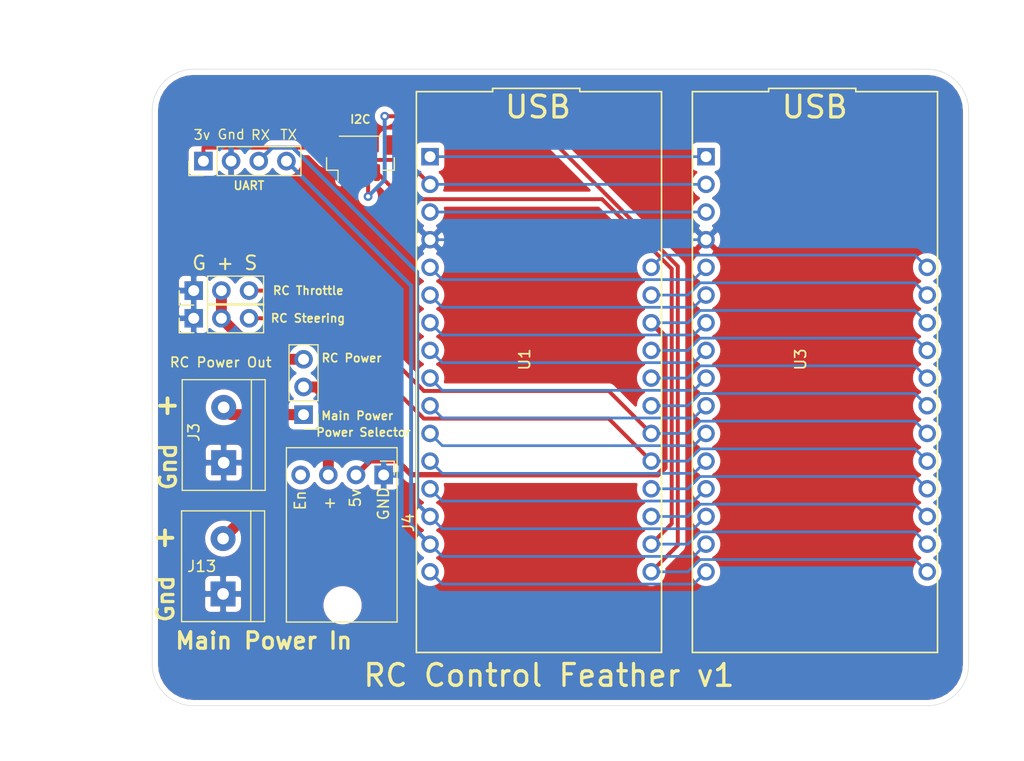
<source format=kicad_pcb>
(kicad_pcb (version 20171130) (host pcbnew "(5.1.5)-3")

  (general
    (thickness 1.6)
    (drawings 29)
    (tracks 155)
    (zones 0)
    (modules 10)
    (nets 33)
  )

  (page A4)
  (layers
    (0 F.Cu signal)
    (31 B.Cu signal)
    (32 B.Adhes user)
    (33 F.Adhes user)
    (34 B.Paste user)
    (35 F.Paste user)
    (36 B.SilkS user)
    (37 F.SilkS user)
    (38 B.Mask user)
    (39 F.Mask user)
    (40 Dwgs.User user)
    (41 Cmts.User user)
    (42 Eco1.User user)
    (43 Eco2.User user)
    (44 Edge.Cuts user)
    (45 Margin user)
    (46 B.CrtYd user hide)
    (47 F.CrtYd user hide)
    (48 B.Fab user hide)
    (49 F.Fab user hide)
  )

  (setup
    (last_trace_width 0.36)
    (user_trace_width 0.3)
    (user_trace_width 0.36)
    (user_trace_width 0.5)
    (user_trace_width 1)
    (user_trace_width 2)
    (trace_clearance 0.2)
    (zone_clearance 0.508)
    (zone_45_only no)
    (trace_min 0.2)
    (via_size 0.8)
    (via_drill 0.4)
    (via_min_size 0.4)
    (via_min_drill 0.3)
    (uvia_size 0.3)
    (uvia_drill 0.1)
    (uvias_allowed no)
    (uvia_min_size 0.2)
    (uvia_min_drill 0.1)
    (edge_width 0.05)
    (segment_width 0.2)
    (pcb_text_width 0.3)
    (pcb_text_size 1.5 1.5)
    (mod_edge_width 0.12)
    (mod_text_size 1 1)
    (mod_text_width 0.15)
    (pad_size 1.5 1.5)
    (pad_drill 0)
    (pad_to_mask_clearance 0.051)
    (aux_axis_origin 0 0)
    (visible_elements 7FFFFFFF)
    (pcbplotparams
      (layerselection 0x010fc_ffffffff)
      (usegerberextensions false)
      (usegerberattributes false)
      (usegerberadvancedattributes false)
      (creategerberjobfile false)
      (excludeedgelayer true)
      (linewidth 0.100000)
      (plotframeref false)
      (viasonmask false)
      (mode 1)
      (useauxorigin false)
      (hpglpennumber 1)
      (hpglpenspeed 20)
      (hpglpendiameter 15.000000)
      (psnegative false)
      (psa4output false)
      (plotreference true)
      (plotvalue true)
      (plotinvisibletext false)
      (padsonsilk false)
      (subtractmaskfromsilk false)
      (outputformat 1)
      (mirror false)
      (drillshape 0)
      (scaleselection 1)
      (outputdirectory "Gerbers/"))
  )

  (net 0 "")
  (net 1 +5V)
  (net 2 GND)
  (net 3 +3V3)
  (net 4 I2C_SDA)
  (net 5 I2C_SCL)
  (net 6 RCPWMThrottle)
  (net 7 RCPWMSteering)
  (net 8 D13)
  (net 9 D12)
  (net 10 MI)
  (net 11 MO)
  (net 12 SCK)
  (net 13 A3)
  (net 14 A2)
  (net 15 AREF)
  (net 16 RST)
  (net 17 D5)
  (net 18 D6)
  (net 19 D11)
  (net 20 EN)
  (net 21 BAT)
  (net 22 TX)
  (net 23 D2)
  (net 24 RCPower)
  (net 25 "Net-(J4-Pad4)")
  (net 26 RX)
  (net 27 A5)
  (net 28 A4)
  (net 29 A1)
  (net 30 A0)
  (net 31 MainPowerIn)
  (net 32 PowerIn)

  (net_class Default "This is the default net class."
    (clearance 0.2)
    (trace_width 0.25)
    (via_dia 0.8)
    (via_drill 0.4)
    (uvia_dia 0.3)
    (uvia_drill 0.1)
    (add_net +3V3)
    (add_net +5V)
    (add_net A0)
    (add_net A1)
    (add_net A2)
    (add_net A3)
    (add_net A4)
    (add_net A5)
    (add_net AREF)
    (add_net BAT)
    (add_net D11)
    (add_net D12)
    (add_net D13)
    (add_net D2)
    (add_net D5)
    (add_net D6)
    (add_net EN)
    (add_net GND)
    (add_net I2C_SCL)
    (add_net I2C_SDA)
    (add_net MI)
    (add_net MO)
    (add_net MainPowerIn)
    (add_net "Net-(J4-Pad4)")
    (add_net PowerIn)
    (add_net RCPWMSteering)
    (add_net RCPWMThrottle)
    (add_net RCPower)
    (add_net RST)
    (add_net RX)
    (add_net SCK)
    (add_net TX)
  )

  (module "Useful Modifications:AdaFruit_MPM3610" (layer F.Cu) (tedit 5FDA9FFC) (tstamp 61B6A705)
    (at 136.8128 131.21916 270)
    (descr "Through hole angled pin header, 1x04, 2.54mm pitch, 6mm pin length, single row")
    (tags "Through hole angled pin header THT 1x04 2.54mm single row")
    (path /5FBAF7AC)
    (fp_text reference J4 (at 4.385 -2.27 90) (layer F.SilkS)
      (effects (font (size 1 1) (thickness 0.15)))
    )
    (fp_text value "Buck Converter" (at 4.385 9.89 90) (layer F.Fab)
      (effects (font (size 1 1) (thickness 0.15)))
    )
    (fp_text user En (at 2.3368 7.6581 270) (layer F.SilkS)
      (effects (font (size 1 1) (thickness 0.15)))
    )
    (fp_text user + (at 2.59334 4.99364 270) (layer F.SilkS)
      (effects (font (size 1 1) (thickness 0.15)))
    )
    (fp_text user 5v (at 2.1209 2.60604 270) (layer F.SilkS)
      (effects (font (size 1 1) (thickness 0.15)))
    )
    (fp_text user GND (at 2.63398 0.02286 270) (layer F.SilkS)
      (effects (font (size 1 1) (thickness 0.15)))
    )
    (fp_line (start -2.501 -1.231) (end -2.501 8.929) (layer F.SilkS) (width 0.12))
    (fp_line (start -0.32 -0.32) (end -0.32 0.32) (layer F.Fab) (width 0.1))
    (fp_line (start -0.32 2.22) (end -0.32 2.86) (layer F.Fab) (width 0.1))
    (fp_line (start -0.32 4.76) (end -0.32 5.4) (layer F.Fab) (width 0.1))
    (fp_line (start -0.32 7.3) (end -0.32 7.94) (layer F.Fab) (width 0.1))
    (fp_line (start -1.27 0.3) (end -1.27 -0.97) (layer F.SilkS) (width 0.12))
    (fp_line (start -1.27 -0.97) (end 0 -0.97) (layer F.SilkS) (width 0.12))
    (fp_line (start -2.501 -1.231) (end 13.499 -1.231) (layer F.SilkS) (width 0.12))
    (fp_line (start 13.499 -1.231) (end 13.499 8.929) (layer F.SilkS) (width 0.12))
    (fp_line (start -2.501 8.929) (end 13.499 8.929) (layer F.SilkS) (width 0.12))
    (fp_text user %R (at 2.77 3.81) (layer F.Fab)
      (effects (font (size 1 1) (thickness 0.15)))
    )
    (pad "" np_thru_hole oval (at 11.959 3.7719 15) (size 2.5 2.5) (drill oval 2.5) (layers *.Cu *.Mask))
    (pad 1 thru_hole rect (at 0 0 270) (size 1.7 1.7) (drill 1) (layers *.Cu *.Mask)
      (net 2 GND))
    (pad 2 thru_hole oval (at 0 2.54 270) (size 1.7 1.7) (drill 1) (layers *.Cu *.Mask)
      (net 1 +5V))
    (pad 3 thru_hole oval (at 0 5.08 270) (size 1.7 1.7) (drill 1) (layers *.Cu *.Mask)
      (net 32 PowerIn))
    (pad 4 thru_hole oval (at 0 7.62 270) (size 1.7 1.7) (drill 1) (layers *.Cu *.Mask)
      (net 25 "Net-(J4-Pad4)"))
    (model ${KISYS3DMOD}/Connector_PinHeader_2.54mm.3dshapes/PinHeader_1x04_P2.54mm_Horizontal.wrl
      (at (xyz 0 0 0))
      (scale (xyz 1 1 1))
      (rotate (xyz 0 0 0))
    )
  )

  (module "Useful Modifications:Feather_nRF52840" (layer F.Cu) (tedit 5FE15FDA) (tstamp 5FA21A8C)
    (at 151.2 120.65 270)
    (path /5FA6E9E8)
    (fp_text reference U1 (at -0.03302 1.45542 90) (layer F.SilkS)
      (effects (font (size 1 1) (thickness 0.15)))
    )
    (fp_text value Feather_nRF52840 (at 0.254 -2.032 90) (layer F.Fab)
      (effects (font (size 1 1) (thickness 0.15)))
    )
    (fp_line (start 26.86094 11.38608) (end -24.6088 11.38608) (layer F.SilkS) (width 0.15))
    (fp_line (start 26.86094 -11.11392) (end -24.6088 -11.11392) (layer F.SilkS) (width 0.15))
    (fp_line (start 26.86094 11.38608) (end 26.86094 -11.11392) (layer F.SilkS) (width 0.15))
    (fp_line (start -24.90852 -3.61392) (end -24.90852 4.38608) (layer F.SilkS) (width 0.15))
    (fp_line (start -24.6088 11.38608) (end -24.6088 4.38608) (layer F.SilkS) (width 0.15))
    (fp_line (start -24.6088 4.38608) (end -24.90852 4.38608) (layer F.SilkS) (width 0.15))
    (fp_line (start -24.6088 -3.61392) (end -24.90852 -3.61392) (layer F.SilkS) (width 0.15))
    (fp_line (start -24.6088 -3.61392) (end -24.6088 -11.11392) (layer F.SilkS) (width 0.15))
    (pad 14 thru_hole circle (at 14.37894 10.13206 270) (size 1.6 1.6) (drill 1) (layers *.Cu *.Mask)
      (net 26 RX))
    (pad 13 thru_hole circle (at 11.83894 10.13206 270) (size 1.6 1.6) (drill 1) (layers *.Cu *.Mask)
      (net 10 MI))
    (pad 12 thru_hole circle (at 9.29894 10.13206 270) (size 1.6 1.6) (drill 1) (layers *.Cu *.Mask)
      (net 11 MO))
    (pad 11 thru_hole circle (at 6.75894 10.13206 270) (size 1.6 1.6) (drill 1) (layers *.Cu *.Mask)
      (net 12 SCK))
    (pad 10 thru_hole circle (at 4.21894 10.13206 270) (size 1.6 1.6) (drill 1) (layers *.Cu *.Mask)
      (net 27 A5))
    (pad 9 thru_hole circle (at 1.67894 10.13206 270) (size 1.6 1.6) (drill 1) (layers *.Cu *.Mask)
      (net 28 A4))
    (pad 8 thru_hole circle (at -0.86106 10.13206 270) (size 1.6 1.6) (drill 1) (layers *.Cu *.Mask)
      (net 13 A3))
    (pad 7 thru_hole circle (at -3.40106 10.13206 270) (size 1.6 1.6) (drill 1) (layers *.Cu *.Mask)
      (net 14 A2))
    (pad 6 thru_hole circle (at -5.94106 10.13206 270) (size 1.6 1.6) (drill 1) (layers *.Cu *.Mask)
      (net 29 A1))
    (pad 5 thru_hole circle (at -8.48106 10.13206 270) (size 1.6 1.6) (drill 1) (layers *.Cu *.Mask)
      (net 30 A0))
    (pad 4 thru_hole circle (at -11.02106 10.13206 270) (size 1.6 1.6) (drill 1) (layers *.Cu *.Mask)
      (net 2 GND))
    (pad 3 thru_hole circle (at -13.56106 10.13206 270) (size 1.6 1.6) (drill 1) (layers *.Cu *.Mask)
      (net 15 AREF))
    (pad 2 thru_hole circle (at -16.10106 10.13206 270) (size 1.6 1.6) (drill 1) (layers *.Cu *.Mask)
      (net 3 +3V3))
    (pad 1 thru_hole rect (at -18.64106 10.13206 270) (size 1.6 1.6) (drill 1) (layers *.Cu *.Mask)
      (net 16 RST))
    (pad 17 thru_hole circle (at 19.45894 -10.16794 270) (size 1.6 1.6) (drill 1) (layers *.Cu *.Mask)
      (net 4 I2C_SDA))
    (pad 18 thru_hole circle (at 16.91894 -10.16794 270) (size 1.6 1.6) (drill 1) (layers *.Cu *.Mask)
      (net 5 I2C_SCL))
    (pad 19 thru_hole circle (at 14.37894 -10.16794 270) (size 1.6 1.6) (drill 1) (layers *.Cu *.Mask)
      (net 17 D5))
    (pad 20 thru_hole circle (at 11.83894 -10.16794 270) (size 1.6 1.6) (drill 1) (layers *.Cu *.Mask)
      (net 18 D6))
    (pad 21 thru_hole circle (at 9.29894 -10.16794 270) (size 1.6 1.6) (drill 1) (layers *.Cu *.Mask)
      (net 7 RCPWMSteering))
    (pad 22 thru_hole circle (at 6.75894 -10.16794 270) (size 1.6 1.6) (drill 1) (layers *.Cu *.Mask)
      (net 6 RCPWMThrottle))
    (pad 23 thru_hole circle (at 4.21894 -10.16794 270) (size 1.6 1.6) (drill 1) (layers *.Cu *.Mask)
      (net 19 D11))
    (pad 24 thru_hole circle (at 1.67894 -10.16794 270) (size 1.6 1.6) (drill 1) (layers *.Cu *.Mask)
      (net 9 D12))
    (pad 25 thru_hole circle (at -0.86106 -10.16794 270) (size 1.6 1.6) (drill 1) (layers *.Cu *.Mask)
      (net 8 D13))
    (pad 26 thru_hole circle (at -3.40106 -10.16794 270) (size 1.6 1.6) (drill 1) (layers *.Cu *.Mask)
      (net 1 +5V))
    (pad 27 thru_hole circle (at -5.94106 -10.16794 270) (size 1.6 1.6) (drill 1) (layers *.Cu *.Mask)
      (net 20 EN))
    (pad 28 thru_hole circle (at -8.48106 -10.16794 270) (size 1.6 1.6) (drill 1) (layers *.Cu *.Mask)
      (net 21 BAT))
    (pad 15 thru_hole circle (at 16.91894 10.13206 270) (size 1.6 1.6) (drill 1) (layers *.Cu *.Mask)
      (net 22 TX))
    (pad 16 thru_hole circle (at 19.45894 10.13206 270) (size 1.6 1.6) (drill 1) (layers *.Cu *.Mask)
      (net 23 D2))
  )

  (module "Useful Modifications:TerminalBlock_bornier-2_P5.08mm" (layer F.Cu) (tedit 5DBE4433) (tstamp 6047300F)
    (at 122.07494 142.1384 90)
    (descr "simple 2-pin terminal block, pitch 5.08mm, revamped version of bornier2")
    (tags "terminal block bornier2")
    (path /5EE8257A)
    (fp_text reference J13 (at 2.5273 -1.9558 180) (layer F.SilkS)
      (effects (font (size 1 1) (thickness 0.15)))
    )
    (fp_text value "Main Power In" (at 2.54 5.08 90) (layer F.Fab)
      (effects (font (size 1 1) (thickness 0.15)))
    )
    (fp_line (start 7.79 4) (end -2.71 4) (layer F.CrtYd) (width 0.05))
    (fp_line (start 7.79 4) (end 7.79 -4) (layer F.CrtYd) (width 0.05))
    (fp_line (start -2.71 -4) (end -2.71 4) (layer F.CrtYd) (width 0.05))
    (fp_line (start -2.71 -4) (end 7.79 -4) (layer F.CrtYd) (width 0.05))
    (fp_line (start -2.54 3.81) (end 7.62 3.81) (layer F.SilkS) (width 0.12))
    (fp_line (start -2.54 -3.81) (end -2.54 3.81) (layer F.SilkS) (width 0.12))
    (fp_line (start 7.62 -3.81) (end -2.54 -3.81) (layer F.SilkS) (width 0.12))
    (fp_line (start 7.62 3.81) (end 7.62 -3.81) (layer F.SilkS) (width 0.12))
    (fp_line (start 7.62 2.54) (end -2.54 2.54) (layer F.SilkS) (width 0.12))
    (fp_line (start 7.54 -3.75) (end -2.46 -3.75) (layer F.Fab) (width 0.1))
    (fp_line (start 7.54 3.75) (end 7.54 -3.75) (layer F.Fab) (width 0.1))
    (fp_line (start -2.46 3.75) (end 7.54 3.75) (layer F.Fab) (width 0.1))
    (fp_line (start -2.46 -3.75) (end -2.46 3.75) (layer F.Fab) (width 0.1))
    (fp_line (start -2.41 2.55) (end 7.49 2.55) (layer F.Fab) (width 0.1))
    (fp_text user %R (at 2.54 0 90) (layer F.Fab)
      (effects (font (size 1 1) (thickness 0.15)))
    )
    (pad 1 thru_hole rect (at 0 0 90) (size 2.286 2.286) (drill 1.0668) (layers *.Cu *.Mask)
      (net 2 GND))
    (pad 2 thru_hole circle (at 5.08 0 90) (size 2.286 2.286) (drill 1.0668) (layers *.Cu *.Mask)
      (net 31 MainPowerIn))
    (model ${KISYS3DMOD}/TerminalBlock.3dshapes/TerminalBlock_bornier-2_P5.08mm.wrl
      (offset (xyz 2.539999961853027 0 0))
      (scale (xyz 1 1 1))
      (rotate (xyz 0 0 0))
    )
  )

  (module "Useful Modifications:Feather_nRF52840" (layer F.Cu) (tedit 5FE15FDA) (tstamp 60472D64)
    (at 176.53 120.65 270)
    (path /6046C9DA)
    (fp_text reference U3 (at -0.03302 1.45542 90) (layer F.SilkS)
      (effects (font (size 1 1) (thickness 0.15)))
    )
    (fp_text value Feather_nRF52840 (at 0.254 -2.032 90) (layer F.Fab)
      (effects (font (size 1 1) (thickness 0.15)))
    )
    (fp_line (start 26.86094 11.38608) (end -24.6088 11.38608) (layer F.SilkS) (width 0.15))
    (fp_line (start 26.86094 -11.11392) (end -24.6088 -11.11392) (layer F.SilkS) (width 0.15))
    (fp_line (start 26.86094 11.38608) (end 26.86094 -11.11392) (layer F.SilkS) (width 0.15))
    (fp_line (start -24.90852 -3.61392) (end -24.90852 4.38608) (layer F.SilkS) (width 0.15))
    (fp_line (start -24.6088 11.38608) (end -24.6088 4.38608) (layer F.SilkS) (width 0.15))
    (fp_line (start -24.6088 4.38608) (end -24.90852 4.38608) (layer F.SilkS) (width 0.15))
    (fp_line (start -24.6088 -3.61392) (end -24.90852 -3.61392) (layer F.SilkS) (width 0.15))
    (fp_line (start -24.6088 -3.61392) (end -24.6088 -11.11392) (layer F.SilkS) (width 0.15))
    (pad 14 thru_hole circle (at 14.37894 10.13206 270) (size 1.6 1.6) (drill 1) (layers *.Cu *.Mask)
      (net 26 RX))
    (pad 13 thru_hole circle (at 11.83894 10.13206 270) (size 1.6 1.6) (drill 1) (layers *.Cu *.Mask)
      (net 10 MI))
    (pad 12 thru_hole circle (at 9.29894 10.13206 270) (size 1.6 1.6) (drill 1) (layers *.Cu *.Mask)
      (net 11 MO))
    (pad 11 thru_hole circle (at 6.75894 10.13206 270) (size 1.6 1.6) (drill 1) (layers *.Cu *.Mask)
      (net 12 SCK))
    (pad 10 thru_hole circle (at 4.21894 10.13206 270) (size 1.6 1.6) (drill 1) (layers *.Cu *.Mask)
      (net 27 A5))
    (pad 9 thru_hole circle (at 1.67894 10.13206 270) (size 1.6 1.6) (drill 1) (layers *.Cu *.Mask)
      (net 28 A4))
    (pad 8 thru_hole circle (at -0.86106 10.13206 270) (size 1.6 1.6) (drill 1) (layers *.Cu *.Mask)
      (net 13 A3))
    (pad 7 thru_hole circle (at -3.40106 10.13206 270) (size 1.6 1.6) (drill 1) (layers *.Cu *.Mask)
      (net 14 A2))
    (pad 6 thru_hole circle (at -5.94106 10.13206 270) (size 1.6 1.6) (drill 1) (layers *.Cu *.Mask)
      (net 29 A1))
    (pad 5 thru_hole circle (at -8.48106 10.13206 270) (size 1.6 1.6) (drill 1) (layers *.Cu *.Mask)
      (net 30 A0))
    (pad 4 thru_hole circle (at -11.02106 10.13206 270) (size 1.6 1.6) (drill 1) (layers *.Cu *.Mask)
      (net 2 GND))
    (pad 3 thru_hole circle (at -13.56106 10.13206 270) (size 1.6 1.6) (drill 1) (layers *.Cu *.Mask)
      (net 15 AREF))
    (pad 2 thru_hole circle (at -16.10106 10.13206 270) (size 1.6 1.6) (drill 1) (layers *.Cu *.Mask)
      (net 3 +3V3))
    (pad 1 thru_hole rect (at -18.64106 10.13206 270) (size 1.6 1.6) (drill 1) (layers *.Cu *.Mask)
      (net 16 RST))
    (pad 17 thru_hole circle (at 19.45894 -10.16794 270) (size 1.6 1.6) (drill 1) (layers *.Cu *.Mask)
      (net 4 I2C_SDA))
    (pad 18 thru_hole circle (at 16.91894 -10.16794 270) (size 1.6 1.6) (drill 1) (layers *.Cu *.Mask)
      (net 5 I2C_SCL))
    (pad 19 thru_hole circle (at 14.37894 -10.16794 270) (size 1.6 1.6) (drill 1) (layers *.Cu *.Mask)
      (net 17 D5))
    (pad 20 thru_hole circle (at 11.83894 -10.16794 270) (size 1.6 1.6) (drill 1) (layers *.Cu *.Mask)
      (net 18 D6))
    (pad 21 thru_hole circle (at 9.29894 -10.16794 270) (size 1.6 1.6) (drill 1) (layers *.Cu *.Mask)
      (net 7 RCPWMSteering))
    (pad 22 thru_hole circle (at 6.75894 -10.16794 270) (size 1.6 1.6) (drill 1) (layers *.Cu *.Mask)
      (net 6 RCPWMThrottle))
    (pad 23 thru_hole circle (at 4.21894 -10.16794 270) (size 1.6 1.6) (drill 1) (layers *.Cu *.Mask)
      (net 19 D11))
    (pad 24 thru_hole circle (at 1.67894 -10.16794 270) (size 1.6 1.6) (drill 1) (layers *.Cu *.Mask)
      (net 9 D12))
    (pad 25 thru_hole circle (at -0.86106 -10.16794 270) (size 1.6 1.6) (drill 1) (layers *.Cu *.Mask)
      (net 8 D13))
    (pad 26 thru_hole circle (at -3.40106 -10.16794 270) (size 1.6 1.6) (drill 1) (layers *.Cu *.Mask)
      (net 1 +5V))
    (pad 27 thru_hole circle (at -5.94106 -10.16794 270) (size 1.6 1.6) (drill 1) (layers *.Cu *.Mask)
      (net 20 EN))
    (pad 28 thru_hole circle (at -8.48106 -10.16794 270) (size 1.6 1.6) (drill 1) (layers *.Cu *.Mask)
      (net 21 BAT))
    (pad 15 thru_hole circle (at 16.91894 10.13206 270) (size 1.6 1.6) (drill 1) (layers *.Cu *.Mask)
      (net 22 TX))
    (pad 16 thru_hole circle (at 19.45894 10.13206 270) (size 1.6 1.6) (drill 1) (layers *.Cu *.Mask)
      (net 23 D2))
  )

  (module Connector_PinHeader_2.54mm:PinHeader_1x03_P2.54mm_Vertical (layer F.Cu) (tedit 59FED5CC) (tstamp 61B6A6D8)
    (at 119.38 114.3 90)
    (descr "Through hole straight pin header, 1x03, 2.54mm pitch, single row")
    (tags "Through hole pin header THT 1x03 2.54mm single row")
    (path /61B6931B)
    (fp_text reference J1 (at 0 -2.33 90) (layer F.Fab)
      (effects (font (size 1 1) (thickness 0.15)))
    )
    (fp_text value "RC Throttle" (at 0 7.41 90) (layer F.Fab)
      (effects (font (size 1 1) (thickness 0.15)))
    )
    (fp_line (start -0.635 -1.27) (end 1.27 -1.27) (layer F.Fab) (width 0.1))
    (fp_line (start 1.27 -1.27) (end 1.27 6.35) (layer F.Fab) (width 0.1))
    (fp_line (start 1.27 6.35) (end -1.27 6.35) (layer F.Fab) (width 0.1))
    (fp_line (start -1.27 6.35) (end -1.27 -0.635) (layer F.Fab) (width 0.1))
    (fp_line (start -1.27 -0.635) (end -0.635 -1.27) (layer F.Fab) (width 0.1))
    (fp_line (start -1.33 6.41) (end 1.33 6.41) (layer F.SilkS) (width 0.12))
    (fp_line (start -1.33 1.27) (end -1.33 6.41) (layer F.SilkS) (width 0.12))
    (fp_line (start 1.33 1.27) (end 1.33 6.41) (layer F.SilkS) (width 0.12))
    (fp_line (start -1.33 1.27) (end 1.33 1.27) (layer F.SilkS) (width 0.12))
    (fp_line (start -1.33 0) (end -1.33 -1.33) (layer F.SilkS) (width 0.12))
    (fp_line (start -1.33 -1.33) (end 0 -1.33) (layer F.SilkS) (width 0.12))
    (fp_line (start -1.8 -1.8) (end -1.8 6.85) (layer F.CrtYd) (width 0.05))
    (fp_line (start -1.8 6.85) (end 1.8 6.85) (layer F.CrtYd) (width 0.05))
    (fp_line (start 1.8 6.85) (end 1.8 -1.8) (layer F.CrtYd) (width 0.05))
    (fp_line (start 1.8 -1.8) (end -1.8 -1.8) (layer F.CrtYd) (width 0.05))
    (fp_text user %R (at 0 2.54) (layer F.Fab)
      (effects (font (size 1 1) (thickness 0.15)))
    )
    (pad 1 thru_hole rect (at 0 0 90) (size 1.7 1.7) (drill 1) (layers *.Cu *.Mask)
      (net 2 GND))
    (pad 2 thru_hole oval (at 0 2.54 90) (size 1.7 1.7) (drill 1) (layers *.Cu *.Mask)
      (net 24 RCPower))
    (pad 3 thru_hole oval (at 0 5.08 90) (size 1.7 1.7) (drill 1) (layers *.Cu *.Mask)
      (net 6 RCPWMThrottle))
    (model ${KISYS3DMOD}/Connector_PinHeader_2.54mm.3dshapes/PinHeader_1x03_P2.54mm_Vertical.wrl
      (at (xyz 0 0 0))
      (scale (xyz 1 1 1))
      (rotate (xyz 0 0 0))
    )
  )

  (module Connector_PinHeader_2.54mm:PinHeader_1x03_P2.54mm_Vertical (layer F.Cu) (tedit 59FED5CC) (tstamp 61B6A6EF)
    (at 119.38 116.84 90)
    (descr "Through hole straight pin header, 1x03, 2.54mm pitch, single row")
    (tags "Through hole pin header THT 1x03 2.54mm single row")
    (path /61B6DF5F)
    (fp_text reference J2 (at 0 -2.33 90) (layer F.CrtYd)
      (effects (font (size 1 1) (thickness 0.15)))
    )
    (fp_text value "RC Steering" (at 0 7.41 90) (layer F.Fab)
      (effects (font (size 1 1) (thickness 0.15)))
    )
    (fp_text user %R (at 0 2.54) (layer F.Fab)
      (effects (font (size 1 1) (thickness 0.15)))
    )
    (fp_line (start 1.8 -1.8) (end -1.8 -1.8) (layer F.CrtYd) (width 0.05))
    (fp_line (start 1.8 6.85) (end 1.8 -1.8) (layer F.CrtYd) (width 0.05))
    (fp_line (start -1.8 6.85) (end 1.8 6.85) (layer F.CrtYd) (width 0.05))
    (fp_line (start -1.8 -1.8) (end -1.8 6.85) (layer F.CrtYd) (width 0.05))
    (fp_line (start -1.33 -1.33) (end 0 -1.33) (layer F.SilkS) (width 0.12))
    (fp_line (start -1.33 0) (end -1.33 -1.33) (layer F.SilkS) (width 0.12))
    (fp_line (start -1.33 1.27) (end 1.33 1.27) (layer F.SilkS) (width 0.12))
    (fp_line (start 1.33 1.27) (end 1.33 6.41) (layer F.SilkS) (width 0.12))
    (fp_line (start -1.33 1.27) (end -1.33 6.41) (layer F.SilkS) (width 0.12))
    (fp_line (start -1.33 6.41) (end 1.33 6.41) (layer F.SilkS) (width 0.12))
    (fp_line (start -1.27 -0.635) (end -0.635 -1.27) (layer F.Fab) (width 0.1))
    (fp_line (start -1.27 6.35) (end -1.27 -0.635) (layer F.Fab) (width 0.1))
    (fp_line (start 1.27 6.35) (end -1.27 6.35) (layer F.Fab) (width 0.1))
    (fp_line (start 1.27 -1.27) (end 1.27 6.35) (layer F.Fab) (width 0.1))
    (fp_line (start -0.635 -1.27) (end 1.27 -1.27) (layer F.Fab) (width 0.1))
    (pad 3 thru_hole oval (at 0 5.08 90) (size 1.7 1.7) (drill 1) (layers *.Cu *.Mask)
      (net 7 RCPWMSteering))
    (pad 2 thru_hole oval (at 0 2.54 90) (size 1.7 1.7) (drill 1) (layers *.Cu *.Mask)
      (net 24 RCPower))
    (pad 1 thru_hole rect (at 0 0 90) (size 1.7 1.7) (drill 1) (layers *.Cu *.Mask)
      (net 2 GND))
    (model ${KISYS3DMOD}/Connector_PinHeader_2.54mm.3dshapes/PinHeader_1x03_P2.54mm_Vertical.wrl
      (at (xyz 0 0 0))
      (scale (xyz 1 1 1))
      (rotate (xyz 0 0 0))
    )
  )

  (module "Useful Modifications:TerminalBlock_bornier-2_P5.08mm" (layer F.Cu) (tedit 5DBE4433) (tstamp 61B6A704)
    (at 122.13082 130.09626 90)
    (descr "simple 2-pin terminal block, pitch 5.08mm, revamped version of bornier2")
    (tags "terminal block bornier2")
    (path /61B77620)
    (fp_text reference J3 (at 2.79146 -2.74066 90) (layer F.SilkS)
      (effects (font (size 1 1) (thickness 0.15)))
    )
    (fp_text value "RC Power Out" (at 2.54 5.08 90) (layer F.Fab)
      (effects (font (size 1 1) (thickness 0.15)))
    )
    (fp_text user %R (at 2.54 0 90) (layer F.Fab)
      (effects (font (size 1 1) (thickness 0.15)))
    )
    (fp_line (start -2.41 2.55) (end 7.49 2.55) (layer F.Fab) (width 0.1))
    (fp_line (start -2.46 -3.75) (end -2.46 3.75) (layer F.Fab) (width 0.1))
    (fp_line (start -2.46 3.75) (end 7.54 3.75) (layer F.Fab) (width 0.1))
    (fp_line (start 7.54 3.75) (end 7.54 -3.75) (layer F.Fab) (width 0.1))
    (fp_line (start 7.54 -3.75) (end -2.46 -3.75) (layer F.Fab) (width 0.1))
    (fp_line (start 7.62 2.54) (end -2.54 2.54) (layer F.SilkS) (width 0.12))
    (fp_line (start 7.62 3.81) (end 7.62 -3.81) (layer F.SilkS) (width 0.12))
    (fp_line (start 7.62 -3.81) (end -2.54 -3.81) (layer F.SilkS) (width 0.12))
    (fp_line (start -2.54 -3.81) (end -2.54 3.81) (layer F.SilkS) (width 0.12))
    (fp_line (start -2.54 3.81) (end 7.62 3.81) (layer F.SilkS) (width 0.12))
    (fp_line (start -2.71 -4) (end 7.79 -4) (layer F.CrtYd) (width 0.05))
    (fp_line (start -2.71 -4) (end -2.71 4) (layer F.CrtYd) (width 0.05))
    (fp_line (start 7.79 4) (end 7.79 -4) (layer F.CrtYd) (width 0.05))
    (fp_line (start 7.79 4) (end -2.71 4) (layer F.CrtYd) (width 0.05))
    (pad 1 thru_hole rect (at 0 0 90) (size 2.286 2.286) (drill 1.0668) (layers *.Cu *.Mask)
      (net 2 GND))
    (pad 2 thru_hole circle (at 5.08 0 90) (size 2.286 2.286) (drill 1.0668) (layers *.Cu *.Mask)
      (net 31 MainPowerIn))
    (model ${KISYS3DMOD}/TerminalBlock.3dshapes/TerminalBlock_bornier-2_P5.08mm.wrl
      (offset (xyz 2.539999961853027 0 0))
      (scale (xyz 1 1 1))
      (rotate (xyz 0 0 0))
    )
  )

  (module Connector_JST:JST_SH_BM04B-SRSS-TB_1x04-1MP_P1.00mm_Vertical (layer F.Cu) (tedit 5B78AD87) (tstamp 61B6A751)
    (at 134.68096 102.13848)
    (descr "JST SH series connector, BM04B-SRSS-TB (http://www.jst-mfg.com/product/pdf/eng/eSH.pdf), generated with kicad-footprint-generator")
    (tags "connector JST SH side entry")
    (path /5FA762AC)
    (attr smd)
    (fp_text reference J5 (at 0 -3.3) (layer F.Fab)
      (effects (font (size 1 1) (thickness 0.15)))
    )
    (fp_text value I2C (at 0 3.3) (layer F.Fab)
      (effects (font (size 1 1) (thickness 0.15)))
    )
    (fp_line (start -3 1) (end 3 1) (layer F.Fab) (width 0.1))
    (fp_line (start -3.11 -0.04) (end -3.11 1.11) (layer F.SilkS) (width 0.12))
    (fp_line (start -3.11 1.11) (end -2.06 1.11) (layer F.SilkS) (width 0.12))
    (fp_line (start -2.06 1.11) (end -2.06 2.1) (layer F.SilkS) (width 0.12))
    (fp_line (start 3.11 -0.04) (end 3.11 1.11) (layer F.SilkS) (width 0.12))
    (fp_line (start 3.11 1.11) (end 2.06 1.11) (layer F.SilkS) (width 0.12))
    (fp_line (start -1.94 -2.01) (end 1.94 -2.01) (layer F.SilkS) (width 0.12))
    (fp_line (start -3 -1.9) (end 3 -1.9) (layer F.Fab) (width 0.1))
    (fp_line (start -3 1) (end -3 -1.9) (layer F.Fab) (width 0.1))
    (fp_line (start 3 1) (end 3 -1.9) (layer F.Fab) (width 0.1))
    (fp_line (start -1.65 -1.55) (end -1.65 -0.95) (layer F.Fab) (width 0.1))
    (fp_line (start -1.65 -0.95) (end -1.35 -0.95) (layer F.Fab) (width 0.1))
    (fp_line (start -1.35 -0.95) (end -1.35 -1.55) (layer F.Fab) (width 0.1))
    (fp_line (start -1.35 -1.55) (end -1.65 -1.55) (layer F.Fab) (width 0.1))
    (fp_line (start -0.65 -1.55) (end -0.65 -0.95) (layer F.Fab) (width 0.1))
    (fp_line (start -0.65 -0.95) (end -0.35 -0.95) (layer F.Fab) (width 0.1))
    (fp_line (start -0.35 -0.95) (end -0.35 -1.55) (layer F.Fab) (width 0.1))
    (fp_line (start -0.35 -1.55) (end -0.65 -1.55) (layer F.Fab) (width 0.1))
    (fp_line (start 0.35 -1.55) (end 0.35 -0.95) (layer F.Fab) (width 0.1))
    (fp_line (start 0.35 -0.95) (end 0.65 -0.95) (layer F.Fab) (width 0.1))
    (fp_line (start 0.65 -0.95) (end 0.65 -1.55) (layer F.Fab) (width 0.1))
    (fp_line (start 0.65 -1.55) (end 0.35 -1.55) (layer F.Fab) (width 0.1))
    (fp_line (start 1.35 -1.55) (end 1.35 -0.95) (layer F.Fab) (width 0.1))
    (fp_line (start 1.35 -0.95) (end 1.65 -0.95) (layer F.Fab) (width 0.1))
    (fp_line (start 1.65 -0.95) (end 1.65 -1.55) (layer F.Fab) (width 0.1))
    (fp_line (start 1.65 -1.55) (end 1.35 -1.55) (layer F.Fab) (width 0.1))
    (fp_line (start -3.9 -2.6) (end -3.9 2.6) (layer F.CrtYd) (width 0.05))
    (fp_line (start -3.9 2.6) (end 3.9 2.6) (layer F.CrtYd) (width 0.05))
    (fp_line (start 3.9 2.6) (end 3.9 -2.6) (layer F.CrtYd) (width 0.05))
    (fp_line (start 3.9 -2.6) (end -3.9 -2.6) (layer F.CrtYd) (width 0.05))
    (fp_line (start -2 1) (end -1.5 0.292893) (layer F.Fab) (width 0.1))
    (fp_line (start -1.5 0.292893) (end -1 1) (layer F.Fab) (width 0.1))
    (fp_text user %R (at 0 -0.25) (layer F.Fab)
      (effects (font (size 1 1) (thickness 0.15)))
    )
    (pad 1 smd roundrect (at -1.5 1.325) (size 0.6 1.55) (layers F.Cu F.Paste F.Mask) (roundrect_rratio 0.25)
      (net 2 GND))
    (pad 2 smd roundrect (at -0.5 1.325) (size 0.6 1.55) (layers F.Cu F.Paste F.Mask) (roundrect_rratio 0.25)
      (net 3 +3V3))
    (pad 3 smd roundrect (at 0.5 1.325) (size 0.6 1.55) (layers F.Cu F.Paste F.Mask) (roundrect_rratio 0.25)
      (net 4 I2C_SDA))
    (pad 4 smd roundrect (at 1.5 1.325) (size 0.6 1.55) (layers F.Cu F.Paste F.Mask) (roundrect_rratio 0.25)
      (net 5 I2C_SCL))
    (pad MP smd roundrect (at -2.8 -1.2) (size 1.2 1.8) (layers F.Cu F.Paste F.Mask) (roundrect_rratio 0.208333))
    (pad MP smd roundrect (at 2.8 -1.2) (size 1.2 1.8) (layers F.Cu F.Paste F.Mask) (roundrect_rratio 0.208333))
    (model ${KISYS3DMOD}/Connector_JST.3dshapes/JST_SH_BM04B-SRSS-TB_1x04-1MP_P1.00mm_Vertical.wrl
      (at (xyz 0 0 0))
      (scale (xyz 1 1 1))
      (rotate (xyz 0 0 0))
    )
  )

  (module Connector_PinHeader_2.54mm:PinHeader_1x04_P2.54mm_Vertical (layer F.Cu) (tedit 59FED5CC) (tstamp 61B6A792)
    (at 120.269 102.4128 90)
    (descr "Through hole straight pin header, 1x04, 2.54mm pitch, single row")
    (tags "Through hole pin header THT 1x04 2.54mm single row")
    (path /61B7375D)
    (fp_text reference J6 (at 0 -2.33 90) (layer F.Fab)
      (effects (font (size 1 1) (thickness 0.15)))
    )
    (fp_text value UART (at 0 9.95 90) (layer F.Fab)
      (effects (font (size 1 1) (thickness 0.15)))
    )
    (fp_line (start -0.635 -1.27) (end 1.27 -1.27) (layer F.Fab) (width 0.1))
    (fp_line (start 1.27 -1.27) (end 1.27 8.89) (layer F.Fab) (width 0.1))
    (fp_line (start 1.27 8.89) (end -1.27 8.89) (layer F.Fab) (width 0.1))
    (fp_line (start -1.27 8.89) (end -1.27 -0.635) (layer F.Fab) (width 0.1))
    (fp_line (start -1.27 -0.635) (end -0.635 -1.27) (layer F.Fab) (width 0.1))
    (fp_line (start -1.33 8.95) (end 1.33 8.95) (layer F.SilkS) (width 0.12))
    (fp_line (start -1.33 1.27) (end -1.33 8.95) (layer F.SilkS) (width 0.12))
    (fp_line (start 1.33 1.27) (end 1.33 8.95) (layer F.SilkS) (width 0.12))
    (fp_line (start -1.33 1.27) (end 1.33 1.27) (layer F.SilkS) (width 0.12))
    (fp_line (start -1.33 0) (end -1.33 -1.33) (layer F.SilkS) (width 0.12))
    (fp_line (start -1.33 -1.33) (end 0 -1.33) (layer F.SilkS) (width 0.12))
    (fp_line (start -1.8 -1.8) (end -1.8 9.4) (layer F.CrtYd) (width 0.05))
    (fp_line (start -1.8 9.4) (end 1.8 9.4) (layer F.CrtYd) (width 0.05))
    (fp_line (start 1.8 9.4) (end 1.8 -1.8) (layer F.CrtYd) (width 0.05))
    (fp_line (start 1.8 -1.8) (end -1.8 -1.8) (layer F.CrtYd) (width 0.05))
    (fp_text user %R (at 0 3.81) (layer F.Fab)
      (effects (font (size 1 1) (thickness 0.15)))
    )
    (pad 1 thru_hole rect (at 0 0 90) (size 1.7 1.7) (drill 1) (layers *.Cu *.Mask)
      (net 3 +3V3))
    (pad 2 thru_hole oval (at 0 2.54 90) (size 1.7 1.7) (drill 1) (layers *.Cu *.Mask)
      (net 2 GND))
    (pad 3 thru_hole oval (at 0 5.08 90) (size 1.7 1.7) (drill 1) (layers *.Cu *.Mask)
      (net 26 RX))
    (pad 4 thru_hole oval (at 0 7.62 90) (size 1.7 1.7) (drill 1) (layers *.Cu *.Mask)
      (net 22 TX))
    (model ${KISYS3DMOD}/Connector_PinHeader_2.54mm.3dshapes/PinHeader_1x04_P2.54mm_Vertical.wrl
      (at (xyz 0 0 0))
      (scale (xyz 1 1 1))
      (rotate (xyz 0 0 0))
    )
  )

  (module Connector_PinHeader_2.54mm:PinHeader_1x03_P2.54mm_Vertical (layer F.Cu) (tedit 59FED5CC) (tstamp 61B6A899)
    (at 129.45872 125.68428 180)
    (descr "Through hole straight pin header, 1x03, 2.54mm pitch, single row")
    (tags "Through hole pin header THT 1x03 2.54mm single row")
    (path /61B7D6A0)
    (fp_text reference J7 (at 0 -2.33) (layer F.Fab)
      (effects (font (size 1 1) (thickness 0.15)))
    )
    (fp_text value "Power Selector" (at 0 7.41) (layer F.Fab)
      (effects (font (size 1 1) (thickness 0.15)))
    )
    (fp_line (start -0.635 -1.27) (end 1.27 -1.27) (layer F.Fab) (width 0.1))
    (fp_line (start 1.27 -1.27) (end 1.27 6.35) (layer F.Fab) (width 0.1))
    (fp_line (start 1.27 6.35) (end -1.27 6.35) (layer F.Fab) (width 0.1))
    (fp_line (start -1.27 6.35) (end -1.27 -0.635) (layer F.Fab) (width 0.1))
    (fp_line (start -1.27 -0.635) (end -0.635 -1.27) (layer F.Fab) (width 0.1))
    (fp_line (start -1.33 6.41) (end 1.33 6.41) (layer F.SilkS) (width 0.12))
    (fp_line (start -1.33 1.27) (end -1.33 6.41) (layer F.SilkS) (width 0.12))
    (fp_line (start 1.33 1.27) (end 1.33 6.41) (layer F.SilkS) (width 0.12))
    (fp_line (start -1.33 1.27) (end 1.33 1.27) (layer F.SilkS) (width 0.12))
    (fp_line (start -1.33 0) (end -1.33 -1.33) (layer F.SilkS) (width 0.12))
    (fp_line (start -1.33 -1.33) (end 0 -1.33) (layer F.SilkS) (width 0.12))
    (fp_line (start -1.8 -1.8) (end -1.8 6.85) (layer F.CrtYd) (width 0.05))
    (fp_line (start -1.8 6.85) (end 1.8 6.85) (layer F.CrtYd) (width 0.05))
    (fp_line (start 1.8 6.85) (end 1.8 -1.8) (layer F.CrtYd) (width 0.05))
    (fp_line (start 1.8 -1.8) (end -1.8 -1.8) (layer F.CrtYd) (width 0.05))
    (fp_text user %R (at 0 2.54 90) (layer F.Fab)
      (effects (font (size 1 1) (thickness 0.15)))
    )
    (pad 1 thru_hole rect (at 0 0 180) (size 1.7 1.7) (drill 1) (layers *.Cu *.Mask)
      (net 31 MainPowerIn))
    (pad 2 thru_hole oval (at 0 2.54 180) (size 1.7 1.7) (drill 1) (layers *.Cu *.Mask)
      (net 32 PowerIn))
    (pad 3 thru_hole oval (at 0 5.08 180) (size 1.7 1.7) (drill 1) (layers *.Cu *.Mask)
      (net 24 RCPower))
    (model ${KISYS3DMOD}/Connector_PinHeader_2.54mm.3dshapes/PinHeader_1x03_P2.54mm_Vertical.wrl
      (at (xyz 0 0 0))
      (scale (xyz 1 1 1))
      (rotate (xyz 0 0 0))
    )
  )

  (gr_text TX (at 127.2413 99.99218) (layer F.SilkS) (tstamp 61B6B753)
    (effects (font (size 0.889 0.889) (thickness 0.127)) (justify left))
  )
  (gr_text RX (at 124.55906 100.02012) (layer F.SilkS) (tstamp 61B6B753)
    (effects (font (size 0.889 0.889) (thickness 0.127)) (justify left))
  )
  (gr_text Gnd (at 121.48566 99.96678) (layer F.SilkS) (tstamp 61B6B753)
    (effects (font (size 0.889 0.889) (thickness 0.127)) (justify left))
  )
  (gr_text 3v (at 119.28856 100.00742) (layer F.SilkS) (tstamp 61B6B74A)
    (effects (font (size 0.889 0.889) (thickness 0.127)) (justify left))
  )
  (gr_text I2C (at 134.6708 98.58248) (layer F.SilkS) (tstamp 61B6B743)
    (effects (font (size 0.762 0.762) (thickness 0.1524)))
  )
  (gr_text UART (at 124.4473 104.66324) (layer F.SilkS) (tstamp 61B6B743)
    (effects (font (size 0.762 0.762) (thickness 0.1524)))
  )
  (gr_text Gnd (at 117.02796 130.46202 90) (layer F.SilkS) (tstamp 61B6B671)
    (effects (font (size 1.5 1.5) (thickness 0.3)))
  )
  (gr_text + (at 116.97208 124.7394) (layer F.SilkS) (tstamp 61B6B670)
    (effects (font (size 1.778 1.778) (thickness 0.3556)))
  )
  (gr_text "RC Power Out" (at 121.85142 120.88876) (layer F.SilkS) (tstamp 61B6B533)
    (effects (font (size 0.889 0.889) (thickness 0.1524)))
  )
  (gr_text "Main Power In" (at 125.8062 146.43862) (layer F.SilkS) (tstamp 61B6B4A0)
    (effects (font (size 1.5 1.5) (thickness 0.3)))
  )
  (gr_text "RC Steering" (at 129.86258 116.84) (layer F.SilkS) (tstamp 61B6AC92)
    (effects (font (size 0.762 0.762) (thickness 0.1524)))
  )
  (gr_text "RC Throttle" (at 129.89052 114.3) (layer F.SilkS) (tstamp 61B6AC92)
    (effects (font (size 0.762 0.762) (thickness 0.1524)))
  )
  (gr_text "RC Power" (at 133.8707 120.48998) (layer F.SilkS) (tstamp 61B6B4FC)
    (effects (font (size 0.762 0.762) (thickness 0.1524)))
  )
  (gr_text "Main Power" (at 134.3914 125.78588) (layer F.SilkS) (tstamp 61B6B4FF)
    (effects (font (size 0.762 0.762) (thickness 0.1524)))
  )
  (gr_text "Power Selector" (at 134.95528 127.30734) (layer F.SilkS) (tstamp 61B6B502)
    (effects (font (size 0.762 0.762) (thickness 0.1524)))
  )
  (gr_arc (start 186.69 148.59) (end 186.69 152.4) (angle -90) (layer Edge.Cuts) (width 0.05))
  (gr_arc (start 119.38 97.79) (end 119.38 93.98) (angle -90) (layer Edge.Cuts) (width 0.05))
  (gr_arc (start 186.69 97.79) (end 190.5 97.79) (angle -90) (layer Edge.Cuts) (width 0.05))
  (gr_arc (start 119.38 148.59) (end 115.57 148.59) (angle -90) (layer Edge.Cuts) (width 0.05))
  (gr_line (start 115.57 97.79) (end 115.57 148.59) (layer Edge.Cuts) (width 0.05) (tstamp 6047416F))
  (gr_line (start 186.69 93.98) (end 119.38 93.98) (layer Edge.Cuts) (width 0.05))
  (gr_line (start 190.5 148.59) (end 190.5 97.79) (layer Edge.Cuts) (width 0.05))
  (gr_line (start 119.38 152.4) (end 186.69 152.4) (layer Edge.Cuts) (width 0.05))
  (gr_text USB (at 176.375 97.45) (layer F.SilkS) (tstamp 60473836)
    (effects (font (size 2 2) (thickness 0.3)))
  )
  (gr_text USB (at 150.975 97.45) (layer F.SilkS)
    (effects (font (size 2 2) (thickness 0.3)))
  )
  (gr_text "G + S" (at 119.126 111.76) (layer F.SilkS) (tstamp 60473778)
    (effects (font (size 1.27 1.27) (thickness 0.1778)) (justify left))
  )
  (gr_text + (at 116.74348 136.86282) (layer F.SilkS) (tstamp 60472FF0)
    (effects (font (size 1.778 1.778) (thickness 0.3556)))
  )
  (gr_text Gnd (at 116.79936 142.58544 90) (layer F.SilkS) (tstamp 60472FED)
    (effects (font (size 1.5 1.5) (thickness 0.3)))
  )
  (gr_text "RC Control Feather v1" (at 151.98344 149.61616) (layer F.SilkS) (tstamp 61B6A9CD)
    (effects (font (size 2 2) (thickness 0.3)))
  )

  (segment (start 185.572939 116.123939) (end 186.69794 117.24894) (width 0.25) (layer B.Cu) (net 1))
  (segment (start 165.857939 116.123939) (end 185.572939 116.123939) (width 0.25) (layer B.Cu) (net 1))
  (segment (start 164.732938 117.24894) (end 165.857939 116.123939) (width 0.25) (layer B.Cu) (net 1))
  (segment (start 161.36794 117.24894) (end 164.732938 117.24894) (width 0.25) (layer B.Cu) (net 1))
  (segment (start 162.617941 118.498941) (end 162.617941 130.548941) (width 0.5) (layer F.Cu) (net 1))
  (segment (start 161.36794 117.24894) (end 162.617941 118.498941) (width 0.5) (layer F.Cu) (net 1))
  (segment (start 162.617941 130.548941) (end 161.967941 131.198941) (width 0.5) (layer F.Cu) (net 1))
  (segment (start 161.967941 131.198941) (end 139.343021 131.198941) (width 0.5) (layer F.Cu) (net 1))
  (segment (start 138.063239 129.919159) (end 139.343021 131.198941) (width 0.5) (layer F.Cu) (net 1))
  (segment (start 135.572801 129.919159) (end 138.063239 129.919159) (width 0.5) (layer F.Cu) (net 1))
  (segment (start 134.2728 131.21916) (end 135.572801 129.919159) (width 0.5) (layer F.Cu) (net 1))
  (segment (start 166.39794 109.62894) (end 141.06794 109.62894) (width 0.25) (layer B.Cu) (net 2))
  (segment (start 141.06794 104.54894) (end 166.39794 104.54894) (width 0.25) (layer B.Cu) (net 3))
  (segment (start 133.80095 102.30847) (end 134.18096 102.68848) (width 0.36) (layer F.Cu) (net 3))
  (segment (start 131.35998 102.30847) (end 133.80095 102.30847) (width 0.36) (layer F.Cu) (net 3))
  (segment (start 130.234309 101.182799) (end 131.35998 102.30847) (width 0.36) (layer F.Cu) (net 3))
  (segment (start 120.289001 101.182799) (end 130.234309 101.182799) (width 0.36) (layer F.Cu) (net 3))
  (segment (start 120.269 101.2028) (end 120.289001 101.182799) (width 0.36) (layer F.Cu) (net 3))
  (segment (start 120.269 102.4128) (end 120.269 101.2028) (width 0.36) (layer F.Cu) (net 3))
  (segment (start 134.18096 102.68848) (end 134.18096 103.46348) (width 0.36) (layer F.Cu) (net 3))
  (segment (start 134.56097 102.30847) (end 134.18096 102.68848) (width 0.36) (layer F.Cu) (net 3))
  (segment (start 138.82747 102.30847) (end 134.56097 102.30847) (width 0.36) (layer F.Cu) (net 3))
  (segment (start 141.06794 104.54894) (end 138.82747 102.30847) (width 0.36) (layer F.Cu) (net 3))
  (segment (start 185.572939 138.983939) (end 186.69794 140.10894) (width 0.25) (layer B.Cu) (net 4))
  (segment (start 165.857939 138.983939) (end 185.572939 138.983939) (width 0.25) (layer B.Cu) (net 4))
  (segment (start 164.732938 140.10894) (end 165.857939 138.983939) (width 0.25) (layer B.Cu) (net 4))
  (segment (start 161.36794 140.10894) (end 164.732938 140.10894) (width 0.25) (layer B.Cu) (net 4))
  (segment (start 163.807959 112.070582) (end 150.035377 98.298) (width 0.36) (layer F.Cu) (net 4))
  (segment (start 161.36794 140.10894) (end 163.807961 137.668918) (width 0.36) (layer F.Cu) (net 4))
  (segment (start 163.807961 137.668918) (end 163.807959 112.070582) (width 0.36) (layer F.Cu) (net 4))
  (via (at 136.906 98.298) (size 0.8) (drill 0.4) (layers F.Cu B.Cu) (net 4))
  (segment (start 150.035377 98.298) (end 136.906 98.298) (width 0.36) (layer F.Cu) (net 4))
  (via (at 135.382 105.664) (size 0.8) (drill 0.4) (layers F.Cu B.Cu) (net 4))
  (segment (start 136.906 98.298) (end 136.906 104.14) (width 0.36) (layer B.Cu) (net 4))
  (segment (start 136.906 104.14) (end 135.382 105.664) (width 0.36) (layer B.Cu) (net 4))
  (segment (start 135.382 103.66452) (end 135.18096 103.46348) (width 0.36) (layer F.Cu) (net 4))
  (segment (start 135.382 105.664) (end 135.382 103.66452) (width 0.36) (layer F.Cu) (net 4))
  (segment (start 185.572939 136.443939) (end 186.69794 137.56894) (width 0.25) (layer B.Cu) (net 5))
  (segment (start 165.857939 136.443939) (end 185.572939 136.443939) (width 0.25) (layer B.Cu) (net 5))
  (segment (start 164.732938 137.56894) (end 165.857939 136.443939) (width 0.25) (layer B.Cu) (net 5))
  (segment (start 161.36794 137.56894) (end 164.732938 137.56894) (width 0.25) (layer B.Cu) (net 5))
  (segment (start 163.24795 112.302548) (end 156.854341 105.908939) (width 0.36) (layer F.Cu) (net 5))
  (segment (start 136.48096 103.76348) (end 136.18096 103.46348) (width 0.36) (layer F.Cu) (net 5))
  (segment (start 138.626419 105.908939) (end 136.48096 103.76348) (width 0.36) (layer F.Cu) (net 5))
  (segment (start 156.854341 105.908939) (end 138.626419 105.908939) (width 0.36) (layer F.Cu) (net 5))
  (segment (start 161.36794 137.56894) (end 163.24795 135.68893) (width 0.36) (layer F.Cu) (net 5))
  (segment (start 163.24795 135.68893) (end 163.24795 112.302548) (width 0.36) (layer F.Cu) (net 5))
  (segment (start 185.572939 126.283939) (end 186.69794 127.40894) (width 0.25) (layer B.Cu) (net 6))
  (segment (start 165.857939 126.283939) (end 185.572939 126.283939) (width 0.25) (layer B.Cu) (net 6))
  (segment (start 164.732938 127.40894) (end 165.857939 126.283939) (width 0.25) (layer B.Cu) (net 6))
  (segment (start 161.36794 127.40894) (end 164.732938 127.40894) (width 0.25) (layer B.Cu) (net 6))
  (segment (start 160.567941 126.608941) (end 161.36794 127.40894) (width 0.36) (layer F.Cu) (net 6))
  (segment (start 157.467941 123.508941) (end 160.567941 126.608941) (width 0.36) (layer F.Cu) (net 6))
  (segment (start 131.292598 114.3) (end 140.501539 123.508941) (width 0.36) (layer F.Cu) (net 6))
  (segment (start 140.501539 123.508941) (end 157.467941 123.508941) (width 0.36) (layer F.Cu) (net 6))
  (segment (start 124.46 114.3) (end 131.292598 114.3) (width 0.36) (layer F.Cu) (net 6))
  (segment (start 185.572939 128.823939) (end 186.69794 129.94894) (width 0.25) (layer B.Cu) (net 7))
  (segment (start 165.857939 128.823939) (end 185.572939 128.823939) (width 0.25) (layer B.Cu) (net 7))
  (segment (start 164.732938 129.94894) (end 165.857939 128.823939) (width 0.25) (layer B.Cu) (net 7))
  (segment (start 161.36794 129.94894) (end 164.732938 129.94894) (width 0.25) (layer B.Cu) (net 7))
  (segment (start 160.567941 129.148941) (end 161.36794 129.94894) (width 0.36) (layer F.Cu) (net 7))
  (segment (start 157.467941 126.048941) (end 160.567941 129.148941) (width 0.36) (layer F.Cu) (net 7))
  (segment (start 140.501539 126.048941) (end 157.467941 126.048941) (width 0.36) (layer F.Cu) (net 7))
  (segment (start 131.292598 116.84) (end 140.501539 126.048941) (width 0.36) (layer F.Cu) (net 7))
  (segment (start 124.46 116.84) (end 131.292598 116.84) (width 0.36) (layer F.Cu) (net 7))
  (segment (start 185.572939 118.663939) (end 186.69794 119.78894) (width 0.25) (layer B.Cu) (net 8))
  (segment (start 165.857939 118.663939) (end 185.572939 118.663939) (width 0.25) (layer B.Cu) (net 8))
  (segment (start 164.732938 119.78894) (end 165.857939 118.663939) (width 0.25) (layer B.Cu) (net 8))
  (segment (start 161.36794 119.78894) (end 164.732938 119.78894) (width 0.25) (layer B.Cu) (net 8))
  (segment (start 185.572939 121.203939) (end 186.69794 122.32894) (width 0.25) (layer B.Cu) (net 9))
  (segment (start 165.857939 121.203939) (end 185.572939 121.203939) (width 0.25) (layer B.Cu) (net 9))
  (segment (start 164.732938 122.32894) (end 165.857939 121.203939) (width 0.25) (layer B.Cu) (net 9))
  (segment (start 161.36794 122.32894) (end 164.732938 122.32894) (width 0.25) (layer B.Cu) (net 9))
  (segment (start 165.272939 133.613941) (end 166.39794 132.48894) (width 0.25) (layer B.Cu) (net 10))
  (segment (start 142.192941 133.613941) (end 165.272939 133.613941) (width 0.25) (layer B.Cu) (net 10))
  (segment (start 141.06794 132.48894) (end 142.192941 133.613941) (width 0.25) (layer B.Cu) (net 10))
  (segment (start 142.192941 131.073941) (end 165.272939 131.073941) (width 0.25) (layer B.Cu) (net 11))
  (segment (start 165.272939 131.073941) (end 166.39794 129.94894) (width 0.25) (layer B.Cu) (net 11))
  (segment (start 141.06794 129.94894) (end 142.192941 131.073941) (width 0.25) (layer B.Cu) (net 11))
  (segment (start 165.272939 128.533941) (end 166.39794 127.40894) (width 0.25) (layer B.Cu) (net 12))
  (segment (start 142.192941 128.533941) (end 165.272939 128.533941) (width 0.25) (layer B.Cu) (net 12))
  (segment (start 141.06794 127.40894) (end 142.192941 128.533941) (width 0.25) (layer B.Cu) (net 12))
  (segment (start 165.272939 120.913941) (end 166.39794 119.78894) (width 0.25) (layer B.Cu) (net 13))
  (segment (start 142.192941 120.913941) (end 165.272939 120.913941) (width 0.25) (layer B.Cu) (net 13))
  (segment (start 141.06794 119.78894) (end 142.192941 120.913941) (width 0.25) (layer B.Cu) (net 13))
  (segment (start 165.272939 118.373941) (end 166.39794 117.24894) (width 0.25) (layer B.Cu) (net 14))
  (segment (start 142.192941 118.373941) (end 165.272939 118.373941) (width 0.25) (layer B.Cu) (net 14))
  (segment (start 141.06794 117.24894) (end 142.192941 118.373941) (width 0.25) (layer B.Cu) (net 14))
  (segment (start 141.06794 107.08894) (end 166.39794 107.08894) (width 0.25) (layer B.Cu) (net 15))
  (segment (start 141.06794 102.00894) (end 166.39794 102.00894) (width 0.25) (layer B.Cu) (net 16))
  (segment (start 185.572939 133.903939) (end 186.69794 135.02894) (width 0.25) (layer B.Cu) (net 17))
  (segment (start 165.857939 133.903939) (end 185.572939 133.903939) (width 0.25) (layer B.Cu) (net 17))
  (segment (start 164.732938 135.02894) (end 165.857939 133.903939) (width 0.25) (layer B.Cu) (net 17))
  (segment (start 161.36794 135.02894) (end 164.732938 135.02894) (width 0.25) (layer B.Cu) (net 17))
  (segment (start 185.572939 131.363939) (end 186.69794 132.48894) (width 0.25) (layer B.Cu) (net 18))
  (segment (start 165.857939 131.363939) (end 185.572939 131.363939) (width 0.25) (layer B.Cu) (net 18))
  (segment (start 164.732938 132.48894) (end 165.857939 131.363939) (width 0.25) (layer B.Cu) (net 18))
  (segment (start 161.36794 132.48894) (end 164.732938 132.48894) (width 0.25) (layer B.Cu) (net 18))
  (segment (start 185.572939 123.743939) (end 186.69794 124.86894) (width 0.25) (layer B.Cu) (net 19))
  (segment (start 165.857939 123.743939) (end 185.572939 123.743939) (width 0.25) (layer B.Cu) (net 19))
  (segment (start 164.732938 124.86894) (end 165.857939 123.743939) (width 0.25) (layer B.Cu) (net 19))
  (segment (start 161.36794 124.86894) (end 164.732938 124.86894) (width 0.25) (layer B.Cu) (net 19))
  (segment (start 185.572939 113.583939) (end 186.69794 114.70894) (width 0.25) (layer B.Cu) (net 20))
  (segment (start 165.857939 113.583939) (end 185.572939 113.583939) (width 0.25) (layer B.Cu) (net 20))
  (segment (start 164.732938 114.70894) (end 165.857939 113.583939) (width 0.25) (layer B.Cu) (net 20))
  (segment (start 161.36794 114.70894) (end 164.732938 114.70894) (width 0.25) (layer B.Cu) (net 20))
  (segment (start 161.36794 112.16894) (end 162.492941 111.043939) (width 0.25) (layer B.Cu) (net 21))
  (segment (start 185.572939 111.043939) (end 186.69794 112.16894) (width 0.25) (layer B.Cu) (net 21))
  (segment (start 162.492941 111.043939) (end 185.572939 111.043939) (width 0.25) (layer B.Cu) (net 21))
  (segment (start 165.272939 138.693941) (end 166.39794 137.56894) (width 0.25) (layer B.Cu) (net 22))
  (segment (start 142.192941 138.693941) (end 165.272939 138.693941) (width 0.25) (layer B.Cu) (net 22))
  (segment (start 141.06794 137.56894) (end 142.192941 138.693941) (width 0.25) (layer B.Cu) (net 22))
  (segment (start 128.738999 103.262799) (end 127.889 102.4128) (width 0.36) (layer B.Cu) (net 22))
  (segment (start 139.327929 113.851729) (end 128.738999 103.262799) (width 0.36) (layer B.Cu) (net 22))
  (segment (start 139.327929 135.828929) (end 139.327929 113.851729) (width 0.36) (layer B.Cu) (net 22))
  (segment (start 141.06794 137.56894) (end 139.327929 135.828929) (width 0.36) (layer B.Cu) (net 22))
  (segment (start 165.272939 141.233941) (end 166.39794 140.10894) (width 0.25) (layer B.Cu) (net 23))
  (segment (start 142.192941 141.233941) (end 165.272939 141.233941) (width 0.25) (layer B.Cu) (net 23))
  (segment (start 141.06794 140.10894) (end 142.192941 141.233941) (width 0.25) (layer B.Cu) (net 23))
  (segment (start 121.92 114.3) (end 121.92 116.84) (width 1) (layer F.Cu) (net 24))
  (segment (start 125.68428 120.60428) (end 129.45872 120.60428) (width 1) (layer F.Cu) (net 24))
  (segment (start 121.92 116.84) (end 125.68428 120.60428) (width 1) (layer F.Cu) (net 24))
  (segment (start 165.272939 136.153941) (end 166.39794 135.02894) (width 0.25) (layer B.Cu) (net 26))
  (segment (start 142.192941 136.153941) (end 165.272939 136.153941) (width 0.25) (layer B.Cu) (net 26))
  (segment (start 141.06794 135.02894) (end 142.192941 136.153941) (width 0.25) (layer B.Cu) (net 26))
  (segment (start 128.479401 101.182799) (end 126.579001 101.182799) (width 0.36) (layer B.Cu) (net 26))
  (segment (start 126.198999 101.562801) (end 125.349 102.4128) (width 0.36) (layer B.Cu) (net 26))
  (segment (start 139.887939 112.591337) (end 128.479401 101.182799) (width 0.36) (layer B.Cu) (net 26))
  (segment (start 126.579001 101.182799) (end 126.198999 101.562801) (width 0.36) (layer B.Cu) (net 26))
  (segment (start 139.887939 133.848939) (end 139.887939 112.591337) (width 0.36) (layer B.Cu) (net 26))
  (segment (start 141.06794 135.02894) (end 139.887939 133.848939) (width 0.36) (layer B.Cu) (net 26))
  (segment (start 165.272939 125.993941) (end 166.39794 124.86894) (width 0.25) (layer B.Cu) (net 27))
  (segment (start 142.192941 125.993941) (end 165.272939 125.993941) (width 0.25) (layer B.Cu) (net 27))
  (segment (start 141.06794 124.86894) (end 142.192941 125.993941) (width 0.25) (layer B.Cu) (net 27))
  (segment (start 165.272939 123.453941) (end 166.39794 122.32894) (width 0.25) (layer B.Cu) (net 28))
  (segment (start 142.192941 123.453941) (end 165.272939 123.453941) (width 0.25) (layer B.Cu) (net 28))
  (segment (start 141.06794 122.32894) (end 142.192941 123.453941) (width 0.25) (layer B.Cu) (net 28))
  (segment (start 165.272939 115.833941) (end 166.39794 114.70894) (width 0.25) (layer B.Cu) (net 29))
  (segment (start 142.192941 115.833941) (end 165.272939 115.833941) (width 0.25) (layer B.Cu) (net 29))
  (segment (start 141.06794 114.70894) (end 142.192941 115.833941) (width 0.25) (layer B.Cu) (net 29))
  (segment (start 165.272939 113.293941) (end 166.39794 112.16894) (width 0.25) (layer B.Cu) (net 30))
  (segment (start 142.192941 113.293941) (end 165.272939 113.293941) (width 0.25) (layer B.Cu) (net 30))
  (segment (start 141.06794 112.16894) (end 142.192941 113.293941) (width 0.25) (layer B.Cu) (net 30))
  (segment (start 122.79884 125.68428) (end 122.13082 125.01626) (width 1) (layer F.Cu) (net 31))
  (segment (start 129.45872 125.68428) (end 122.79884 125.68428) (width 1) (layer F.Cu) (net 31))
  (segment (start 123.973821 135.159519) (end 123.973821 134.598179) (width 1) (layer F.Cu) (net 31))
  (segment (start 122.07494 137.0584) (end 123.973821 135.159519) (width 1) (layer F.Cu) (net 31))
  (segment (start 123.973821 134.598179) (end 127.254 131.318) (width 1) (layer F.Cu) (net 31))
  (segment (start 127.60872 125.68428) (end 129.45872 125.68428) (width 1) (layer F.Cu) (net 31))
  (segment (start 127.254 126.039) (end 127.60872 125.68428) (width 1) (layer F.Cu) (net 31))
  (segment (start 127.254 131.318) (end 127.254 126.039) (width 1) (layer F.Cu) (net 31))
  (segment (start 131.7328 130.017079) (end 131.7328 131.21916) (width 1) (layer F.Cu) (net 32))
  (segment (start 131.7328 124.216279) (end 131.7328 130.017079) (width 1) (layer F.Cu) (net 32))
  (segment (start 130.660801 123.14428) (end 131.7328 124.216279) (width 1) (layer F.Cu) (net 32))
  (segment (start 129.45872 123.14428) (end 130.660801 123.14428) (width 1) (layer F.Cu) (net 32))

  (zone (net 2) (net_name GND) (layer B.Cu) (tstamp 604745DC) (hatch edge 0.508)
    (connect_pads (clearance 0.508))
    (min_thickness 0.254)
    (fill yes (arc_segments 32) (thermal_gap 0.508) (thermal_bridge_width 0.508))
    (polygon
      (pts
        (xy 195.58 157.48) (xy 102.87 157.48) (xy 101.6 87.63) (xy 195.58 87.63)
      )
    )
    (filled_polygon
      (pts
        (xy 187.301222 94.703096) (xy 187.889164 94.880606) (xy 188.431436 95.168937) (xy 188.907364 95.557094) (xy 189.298845 96.030314)
        (xy 189.590951 96.570552) (xy 189.772563 97.157244) (xy 189.840001 97.798888) (xy 189.84 148.557721) (xy 189.776904 149.201221)
        (xy 189.599394 149.789164) (xy 189.311063 150.331436) (xy 188.922906 150.807364) (xy 188.449686 151.198845) (xy 187.909449 151.49095)
        (xy 187.322756 151.672563) (xy 186.68113 151.74) (xy 119.412279 151.74) (xy 118.768779 151.676904) (xy 118.180836 151.499394)
        (xy 117.638564 151.211063) (xy 117.162636 150.822906) (xy 116.771155 150.349686) (xy 116.47905 149.809449) (xy 116.297437 149.222756)
        (xy 116.23 148.58113) (xy 116.23 143.2814) (xy 120.293868 143.2814) (xy 120.306128 143.405882) (xy 120.342438 143.52558)
        (xy 120.401403 143.635894) (xy 120.480755 143.732585) (xy 120.577446 143.811937) (xy 120.68776 143.870902) (xy 120.807458 143.907212)
        (xy 120.93194 143.919472) (xy 121.78919 143.9164) (xy 121.94794 143.75765) (xy 121.94794 142.2654) (xy 122.20194 142.2654)
        (xy 122.20194 143.75765) (xy 122.36069 143.9164) (xy 123.21794 143.919472) (xy 123.342422 143.907212) (xy 123.46212 143.870902)
        (xy 123.572434 143.811937) (xy 123.669125 143.732585) (xy 123.748477 143.635894) (xy 123.807442 143.52558) (xy 123.843752 143.405882)
        (xy 123.856012 143.2814) (xy 123.854977 142.992504) (xy 131.1559 142.992504) (xy 131.1559 143.363816) (xy 131.228339 143.727994)
        (xy 131.370434 144.071042) (xy 131.576725 144.379778) (xy 131.839282 144.642335) (xy 132.148018 144.848626) (xy 132.491066 144.990721)
        (xy 132.855244 145.06316) (xy 133.226556 145.06316) (xy 133.590734 144.990721) (xy 133.933782 144.848626) (xy 134.242518 144.642335)
        (xy 134.505075 144.379778) (xy 134.711366 144.071042) (xy 134.853461 143.727994) (xy 134.9259 143.363816) (xy 134.9259 142.992504)
        (xy 134.853461 142.628326) (xy 134.711366 142.285278) (xy 134.505075 141.976542) (xy 134.242518 141.713985) (xy 133.933782 141.507694)
        (xy 133.590734 141.365599) (xy 133.226556 141.29316) (xy 132.855244 141.29316) (xy 132.491066 141.365599) (xy 132.148018 141.507694)
        (xy 131.839282 141.713985) (xy 131.576725 141.976542) (xy 131.370434 142.285278) (xy 131.228339 142.628326) (xy 131.1559 142.992504)
        (xy 123.854977 142.992504) (xy 123.85294 142.42415) (xy 123.69419 142.2654) (xy 122.20194 142.2654) (xy 121.94794 142.2654)
        (xy 120.45569 142.2654) (xy 120.29694 142.42415) (xy 120.293868 143.2814) (xy 116.23 143.2814) (xy 116.23 140.9954)
        (xy 120.293868 140.9954) (xy 120.29694 141.85265) (xy 120.45569 142.0114) (xy 121.94794 142.0114) (xy 121.94794 140.51915)
        (xy 122.20194 140.51915) (xy 122.20194 142.0114) (xy 123.69419 142.0114) (xy 123.85294 141.85265) (xy 123.856012 140.9954)
        (xy 123.843752 140.870918) (xy 123.807442 140.75122) (xy 123.748477 140.640906) (xy 123.669125 140.544215) (xy 123.572434 140.464863)
        (xy 123.46212 140.405898) (xy 123.342422 140.369588) (xy 123.21794 140.357328) (xy 122.36069 140.3604) (xy 122.20194 140.51915)
        (xy 121.94794 140.51915) (xy 121.78919 140.3604) (xy 120.93194 140.357328) (xy 120.807458 140.369588) (xy 120.68776 140.405898)
        (xy 120.577446 140.464863) (xy 120.480755 140.544215) (xy 120.401403 140.640906) (xy 120.342438 140.75122) (xy 120.306128 140.870918)
        (xy 120.293868 140.9954) (xy 116.23 140.9954) (xy 116.23 136.883282) (xy 120.29694 136.883282) (xy 120.29694 137.233518)
        (xy 120.365268 137.577023) (xy 120.499297 137.900599) (xy 120.693877 138.191809) (xy 120.941531 138.439463) (xy 121.232741 138.634043)
        (xy 121.556317 138.768072) (xy 121.899822 138.8364) (xy 122.250058 138.8364) (xy 122.593563 138.768072) (xy 122.917139 138.634043)
        (xy 123.208349 138.439463) (xy 123.456003 138.191809) (xy 123.650583 137.900599) (xy 123.784612 137.577023) (xy 123.85294 137.233518)
        (xy 123.85294 136.883282) (xy 123.784612 136.539777) (xy 123.650583 136.216201) (xy 123.456003 135.924991) (xy 123.208349 135.677337)
        (xy 122.917139 135.482757) (xy 122.593563 135.348728) (xy 122.250058 135.2804) (xy 121.899822 135.2804) (xy 121.556317 135.348728)
        (xy 121.232741 135.482757) (xy 120.941531 135.677337) (xy 120.693877 135.924991) (xy 120.499297 136.216201) (xy 120.365268 136.539777)
        (xy 120.29694 136.883282) (xy 116.23 136.883282) (xy 116.23 131.23926) (xy 120.349748 131.23926) (xy 120.362008 131.363742)
        (xy 120.398318 131.48344) (xy 120.457283 131.593754) (xy 120.536635 131.690445) (xy 120.633326 131.769797) (xy 120.74364 131.828762)
        (xy 120.863338 131.865072) (xy 120.98782 131.877332) (xy 121.84507 131.87426) (xy 122.00382 131.71551) (xy 122.00382 130.22326)
        (xy 122.25782 130.22326) (xy 122.25782 131.71551) (xy 122.41657 131.87426) (xy 123.27382 131.877332) (xy 123.398302 131.865072)
        (xy 123.518 131.828762) (xy 123.628314 131.769797) (xy 123.725005 131.690445) (xy 123.804357 131.593754) (xy 123.863322 131.48344)
        (xy 123.899632 131.363742) (xy 123.911892 131.23926) (xy 123.911296 131.0729) (xy 127.7078 131.0729) (xy 127.7078 131.36542)
        (xy 127.764868 131.652318) (xy 127.87681 131.922571) (xy 128.039325 132.165792) (xy 128.246168 132.372635) (xy 128.489389 132.53515)
        (xy 128.759642 132.647092) (xy 129.04654 132.70416) (xy 129.33906 132.70416) (xy 129.625958 132.647092) (xy 129.896211 132.53515)
        (xy 130.139432 132.372635) (xy 130.346275 132.165792) (xy 130.4628 131.9914) (xy 130.579325 132.165792) (xy 130.786168 132.372635)
        (xy 131.029389 132.53515) (xy 131.299642 132.647092) (xy 131.58654 132.70416) (xy 131.87906 132.70416) (xy 132.165958 132.647092)
        (xy 132.436211 132.53515) (xy 132.679432 132.372635) (xy 132.886275 132.165792) (xy 133.0028 131.9914) (xy 133.119325 132.165792)
        (xy 133.326168 132.372635) (xy 133.569389 132.53515) (xy 133.839642 132.647092) (xy 134.12654 132.70416) (xy 134.41906 132.70416)
        (xy 134.705958 132.647092) (xy 134.976211 132.53515) (xy 135.219432 132.372635) (xy 135.351287 132.24078) (xy 135.373298 132.31334)
        (xy 135.432263 132.423654) (xy 135.511615 132.520345) (xy 135.608306 132.599697) (xy 135.71862 132.658662) (xy 135.838318 132.694972)
        (xy 135.9628 132.707232) (xy 136.52705 132.70416) (xy 136.6858 132.54541) (xy 136.6858 131.34616) (xy 136.9398 131.34616)
        (xy 136.9398 132.54541) (xy 137.09855 132.70416) (xy 137.6628 132.707232) (xy 137.787282 132.694972) (xy 137.90698 132.658662)
        (xy 138.017294 132.599697) (xy 138.113985 132.520345) (xy 138.193337 132.423654) (xy 138.252302 132.31334) (xy 138.288612 132.193642)
        (xy 138.300872 132.06916) (xy 138.2978 131.50491) (xy 138.13905 131.34616) (xy 136.9398 131.34616) (xy 136.6858 131.34616)
        (xy 136.6658 131.34616) (xy 136.6658 131.09216) (xy 136.6858 131.09216) (xy 136.6858 129.89291) (xy 136.9398 129.89291)
        (xy 136.9398 131.09216) (xy 138.13905 131.09216) (xy 138.2978 130.93341) (xy 138.300872 130.36916) (xy 138.288612 130.244678)
        (xy 138.252302 130.12498) (xy 138.193337 130.014666) (xy 138.113985 129.917975) (xy 138.017294 129.838623) (xy 137.90698 129.779658)
        (xy 137.787282 129.743348) (xy 137.6628 129.731088) (xy 137.09855 129.73416) (xy 136.9398 129.89291) (xy 136.6858 129.89291)
        (xy 136.52705 129.73416) (xy 135.9628 129.731088) (xy 135.838318 129.743348) (xy 135.71862 129.779658) (xy 135.608306 129.838623)
        (xy 135.511615 129.917975) (xy 135.432263 130.014666) (xy 135.373298 130.12498) (xy 135.351287 130.19754) (xy 135.219432 130.065685)
        (xy 134.976211 129.90317) (xy 134.705958 129.791228) (xy 134.41906 129.73416) (xy 134.12654 129.73416) (xy 133.839642 129.791228)
        (xy 133.569389 129.90317) (xy 133.326168 130.065685) (xy 133.119325 130.272528) (xy 133.0028 130.44692) (xy 132.886275 130.272528)
        (xy 132.679432 130.065685) (xy 132.436211 129.90317) (xy 132.165958 129.791228) (xy 131.87906 129.73416) (xy 131.58654 129.73416)
        (xy 131.299642 129.791228) (xy 131.029389 129.90317) (xy 130.786168 130.065685) (xy 130.579325 130.272528) (xy 130.4628 130.44692)
        (xy 130.346275 130.272528) (xy 130.139432 130.065685) (xy 129.896211 129.90317) (xy 129.625958 129.791228) (xy 129.33906 129.73416)
        (xy 129.04654 129.73416) (xy 128.759642 129.791228) (xy 128.489389 129.90317) (xy 128.246168 130.065685) (xy 128.039325 130.272528)
        (xy 127.87681 130.515749) (xy 127.764868 130.786002) (xy 127.7078 131.0729) (xy 123.911296 131.0729) (xy 123.90882 130.38201)
        (xy 123.75007 130.22326) (xy 122.25782 130.22326) (xy 122.00382 130.22326) (xy 120.51157 130.22326) (xy 120.35282 130.38201)
        (xy 120.349748 131.23926) (xy 116.23 131.23926) (xy 116.23 128.95326) (xy 120.349748 128.95326) (xy 120.35282 129.81051)
        (xy 120.51157 129.96926) (xy 122.00382 129.96926) (xy 122.00382 128.47701) (xy 122.25782 128.47701) (xy 122.25782 129.96926)
        (xy 123.75007 129.96926) (xy 123.90882 129.81051) (xy 123.911892 128.95326) (xy 123.899632 128.828778) (xy 123.863322 128.70908)
        (xy 123.804357 128.598766) (xy 123.725005 128.502075) (xy 123.628314 128.422723) (xy 123.518 128.363758) (xy 123.398302 128.327448)
        (xy 123.27382 128.315188) (xy 122.41657 128.31826) (xy 122.25782 128.47701) (xy 122.00382 128.47701) (xy 121.84507 128.31826)
        (xy 120.98782 128.315188) (xy 120.863338 128.327448) (xy 120.74364 128.363758) (xy 120.633326 128.422723) (xy 120.536635 128.502075)
        (xy 120.457283 128.598766) (xy 120.398318 128.70908) (xy 120.362008 128.828778) (xy 120.349748 128.95326) (xy 116.23 128.95326)
        (xy 116.23 124.841142) (xy 120.35282 124.841142) (xy 120.35282 125.191378) (xy 120.421148 125.534883) (xy 120.555177 125.858459)
        (xy 120.749757 126.149669) (xy 120.997411 126.397323) (xy 121.288621 126.591903) (xy 121.612197 126.725932) (xy 121.955702 126.79426)
        (xy 122.305938 126.79426) (xy 122.649443 126.725932) (xy 122.973019 126.591903) (xy 123.264229 126.397323) (xy 123.511883 126.149669)
        (xy 123.706463 125.858459) (xy 123.840492 125.534883) (xy 123.90882 125.191378) (xy 123.90882 124.841142) (xy 123.907456 124.83428)
        (xy 127.970648 124.83428) (xy 127.970648 126.53428) (xy 127.982908 126.658762) (xy 128.019218 126.77846) (xy 128.078183 126.888774)
        (xy 128.157535 126.985465) (xy 128.254226 127.064817) (xy 128.36454 127.123782) (xy 128.484238 127.160092) (xy 128.60872 127.172352)
        (xy 130.30872 127.172352) (xy 130.433202 127.160092) (xy 130.5529 127.123782) (xy 130.663214 127.064817) (xy 130.759905 126.985465)
        (xy 130.839257 126.888774) (xy 130.898222 126.77846) (xy 130.934532 126.658762) (xy 130.946792 126.53428) (xy 130.946792 124.83428)
        (xy 130.934532 124.709798) (xy 130.898222 124.5901) (xy 130.839257 124.479786) (xy 130.759905 124.383095) (xy 130.663214 124.303743)
        (xy 130.5529 124.244778) (xy 130.48034 124.222767) (xy 130.612195 124.090912) (xy 130.77471 123.847691) (xy 130.886652 123.577438)
        (xy 130.94372 123.29054) (xy 130.94372 122.99802) (xy 130.886652 122.711122) (xy 130.77471 122.440869) (xy 130.612195 122.197648)
        (xy 130.405352 121.990805) (xy 130.23096 121.87428) (xy 130.405352 121.757755) (xy 130.612195 121.550912) (xy 130.77471 121.307691)
        (xy 130.886652 121.037438) (xy 130.94372 120.75054) (xy 130.94372 120.45802) (xy 130.886652 120.171122) (xy 130.77471 119.900869)
        (xy 130.612195 119.657648) (xy 130.405352 119.450805) (xy 130.162131 119.28829) (xy 129.891878 119.176348) (xy 129.60498 119.11928)
        (xy 129.31246 119.11928) (xy 129.025562 119.176348) (xy 128.755309 119.28829) (xy 128.512088 119.450805) (xy 128.305245 119.657648)
        (xy 128.14273 119.900869) (xy 128.030788 120.171122) (xy 127.97372 120.45802) (xy 127.97372 120.75054) (xy 128.030788 121.037438)
        (xy 128.14273 121.307691) (xy 128.305245 121.550912) (xy 128.512088 121.757755) (xy 128.68648 121.87428) (xy 128.512088 121.990805)
        (xy 128.305245 122.197648) (xy 128.14273 122.440869) (xy 128.030788 122.711122) (xy 127.97372 122.99802) (xy 127.97372 123.29054)
        (xy 128.030788 123.577438) (xy 128.14273 123.847691) (xy 128.305245 124.090912) (xy 128.4371 124.222767) (xy 128.36454 124.244778)
        (xy 128.254226 124.303743) (xy 128.157535 124.383095) (xy 128.078183 124.479786) (xy 128.019218 124.5901) (xy 127.982908 124.709798)
        (xy 127.970648 124.83428) (xy 123.907456 124.83428) (xy 123.840492 124.497637) (xy 123.706463 124.174061) (xy 123.511883 123.882851)
        (xy 123.264229 123.635197) (xy 122.973019 123.440617) (xy 122.649443 123.306588) (xy 122.305938 123.23826) (xy 121.955702 123.23826)
        (xy 121.612197 123.306588) (xy 121.288621 123.440617) (xy 120.997411 123.635197) (xy 120.749757 123.882851) (xy 120.555177 124.174061)
        (xy 120.421148 124.497637) (xy 120.35282 124.841142) (xy 116.23 124.841142) (xy 116.23 117.69) (xy 117.891928 117.69)
        (xy 117.904188 117.814482) (xy 117.940498 117.93418) (xy 117.999463 118.044494) (xy 118.078815 118.141185) (xy 118.175506 118.220537)
        (xy 118.28582 118.279502) (xy 118.405518 118.315812) (xy 118.53 118.328072) (xy 119.09425 118.325) (xy 119.253 118.16625)
        (xy 119.253 116.967) (xy 118.05375 116.967) (xy 117.895 117.12575) (xy 117.891928 117.69) (xy 116.23 117.69)
        (xy 116.23 115.15) (xy 117.891928 115.15) (xy 117.904188 115.274482) (xy 117.940498 115.39418) (xy 117.999463 115.504494)
        (xy 118.053222 115.57) (xy 117.999463 115.635506) (xy 117.940498 115.74582) (xy 117.904188 115.865518) (xy 117.891928 115.99)
        (xy 117.895 116.55425) (xy 118.05375 116.713) (xy 119.253 116.713) (xy 119.253 114.427) (xy 118.05375 114.427)
        (xy 117.895 114.58575) (xy 117.891928 115.15) (xy 116.23 115.15) (xy 116.23 113.45) (xy 117.891928 113.45)
        (xy 117.895 114.01425) (xy 118.05375 114.173) (xy 119.253 114.173) (xy 119.253 112.97375) (xy 119.507 112.97375)
        (xy 119.507 114.173) (xy 119.527 114.173) (xy 119.527 114.427) (xy 119.507 114.427) (xy 119.507 116.713)
        (xy 119.527 116.713) (xy 119.527 116.967) (xy 119.507 116.967) (xy 119.507 118.16625) (xy 119.66575 118.325)
        (xy 120.23 118.328072) (xy 120.354482 118.315812) (xy 120.47418 118.279502) (xy 120.584494 118.220537) (xy 120.681185 118.141185)
        (xy 120.760537 118.044494) (xy 120.819502 117.93418) (xy 120.841513 117.86162) (xy 120.973368 117.993475) (xy 121.216589 118.15599)
        (xy 121.486842 118.267932) (xy 121.77374 118.325) (xy 122.06626 118.325) (xy 122.353158 118.267932) (xy 122.623411 118.15599)
        (xy 122.866632 117.993475) (xy 123.073475 117.786632) (xy 123.19 117.61224) (xy 123.306525 117.786632) (xy 123.513368 117.993475)
        (xy 123.756589 118.15599) (xy 124.026842 118.267932) (xy 124.31374 118.325) (xy 124.60626 118.325) (xy 124.893158 118.267932)
        (xy 125.163411 118.15599) (xy 125.406632 117.993475) (xy 125.613475 117.786632) (xy 125.77599 117.543411) (xy 125.887932 117.273158)
        (xy 125.945 116.98626) (xy 125.945 116.69374) (xy 125.887932 116.406842) (xy 125.77599 116.136589) (xy 125.613475 115.893368)
        (xy 125.406632 115.686525) (xy 125.23224 115.57) (xy 125.406632 115.453475) (xy 125.613475 115.246632) (xy 125.77599 115.003411)
        (xy 125.887932 114.733158) (xy 125.945 114.44626) (xy 125.945 114.15374) (xy 125.887932 113.866842) (xy 125.77599 113.596589)
        (xy 125.613475 113.353368) (xy 125.406632 113.146525) (xy 125.163411 112.98401) (xy 124.893158 112.872068) (xy 124.60626 112.815)
        (xy 124.31374 112.815) (xy 124.026842 112.872068) (xy 123.756589 112.98401) (xy 123.513368 113.146525) (xy 123.306525 113.353368)
        (xy 123.19 113.52776) (xy 123.073475 113.353368) (xy 122.866632 113.146525) (xy 122.623411 112.98401) (xy 122.353158 112.872068)
        (xy 122.06626 112.815) (xy 121.77374 112.815) (xy 121.486842 112.872068) (xy 121.216589 112.98401) (xy 120.973368 113.146525)
        (xy 120.841513 113.27838) (xy 120.819502 113.20582) (xy 120.760537 113.095506) (xy 120.681185 112.998815) (xy 120.584494 112.919463)
        (xy 120.47418 112.860498) (xy 120.354482 112.824188) (xy 120.23 112.811928) (xy 119.66575 112.815) (xy 119.507 112.97375)
        (xy 119.253 112.97375) (xy 119.09425 112.815) (xy 118.53 112.811928) (xy 118.405518 112.824188) (xy 118.28582 112.860498)
        (xy 118.175506 112.919463) (xy 118.078815 112.998815) (xy 117.999463 113.095506) (xy 117.940498 113.20582) (xy 117.904188 113.325518)
        (xy 117.891928 113.45) (xy 116.23 113.45) (xy 116.23 101.5628) (xy 118.780928 101.5628) (xy 118.780928 103.2628)
        (xy 118.793188 103.387282) (xy 118.829498 103.50698) (xy 118.888463 103.617294) (xy 118.967815 103.713985) (xy 119.064506 103.793337)
        (xy 119.17482 103.852302) (xy 119.294518 103.888612) (xy 119.419 103.900872) (xy 121.119 103.900872) (xy 121.243482 103.888612)
        (xy 121.36318 103.852302) (xy 121.473494 103.793337) (xy 121.570185 103.713985) (xy 121.649537 103.617294) (xy 121.708502 103.50698)
        (xy 121.732966 103.426334) (xy 121.808731 103.510388) (xy 122.04208 103.684441) (xy 122.304901 103.809625) (xy 122.45211 103.854276)
        (xy 122.682 103.732955) (xy 122.682 102.5398) (xy 122.662 102.5398) (xy 122.662 102.2858) (xy 122.682 102.2858)
        (xy 122.682 101.092645) (xy 122.936 101.092645) (xy 122.936 102.2858) (xy 122.956 102.2858) (xy 122.956 102.5398)
        (xy 122.936 102.5398) (xy 122.936 103.732955) (xy 123.16589 103.854276) (xy 123.313099 103.809625) (xy 123.57592 103.684441)
        (xy 123.809269 103.510388) (xy 124.004178 103.294155) (xy 124.073805 103.177266) (xy 124.195525 103.359432) (xy 124.402368 103.566275)
        (xy 124.645589 103.72879) (xy 124.915842 103.840732) (xy 125.20274 103.8978) (xy 125.49526 103.8978) (xy 125.782158 103.840732)
        (xy 126.052411 103.72879) (xy 126.295632 103.566275) (xy 126.502475 103.359432) (xy 126.619 103.18504) (xy 126.735525 103.359432)
        (xy 126.942368 103.566275) (xy 127.185589 103.72879) (xy 127.455842 103.840732) (xy 127.74274 103.8978) (xy 128.03526 103.8978)
        (xy 128.190531 103.866915) (xy 128.191014 103.867398) (xy 128.19102 103.867403) (xy 138.51293 114.189314) (xy 138.512929 135.788906)
        (xy 138.508987 135.828929) (xy 138.512929 135.868952) (xy 138.512929 135.868961) (xy 138.524722 135.988696) (xy 138.571324 136.142324)
        (xy 138.59632 136.189087) (xy 138.647003 136.283909) (xy 138.662611 136.302927) (xy 138.748849 136.408009) (xy 138.779949 136.433532)
        (xy 139.656347 137.309931) (xy 139.63294 137.427605) (xy 139.63294 137.710275) (xy 139.688087 137.987514) (xy 139.79626 138.248667)
        (xy 139.953303 138.483699) (xy 140.153181 138.683577) (xy 140.385699 138.83894) (xy 140.153181 138.994303) (xy 139.953303 139.194181)
        (xy 139.79626 139.429213) (xy 139.688087 139.690366) (xy 139.63294 139.967605) (xy 139.63294 140.250275) (xy 139.688087 140.527514)
        (xy 139.79626 140.788667) (xy 139.953303 141.023699) (xy 140.153181 141.223577) (xy 140.388213 141.38062) (xy 140.649366 141.488793)
        (xy 140.926605 141.54394) (xy 141.209275 141.54394) (xy 141.391826 141.507628) (xy 141.629142 141.744944) (xy 141.65294 141.773942)
        (xy 141.768665 141.868915) (xy 141.900694 141.939487) (xy 142.043955 141.982944) (xy 142.155608 141.993941) (xy 142.155616 141.993941)
        (xy 142.192941 141.997617) (xy 142.230266 141.993941) (xy 165.235617 141.993941) (xy 165.272939 141.997617) (xy 165.310261 141.993941)
        (xy 165.310272 141.993941) (xy 165.421925 141.982944) (xy 165.565186 141.939487) (xy 165.697215 141.868915) (xy 165.81294 141.773942)
        (xy 165.836743 141.744939) (xy 166.074053 141.507628) (xy 166.256605 141.54394) (xy 166.539275 141.54394) (xy 166.816514 141.488793)
        (xy 167.077667 141.38062) (xy 167.312699 141.223577) (xy 167.512577 141.023699) (xy 167.66962 140.788667) (xy 167.777793 140.527514)
        (xy 167.83294 140.250275) (xy 167.83294 139.967605) (xy 167.788449 139.743939) (xy 185.258138 139.743939) (xy 185.299252 139.785053)
        (xy 185.26294 139.967605) (xy 185.26294 140.250275) (xy 185.318087 140.527514) (xy 185.42626 140.788667) (xy 185.583303 141.023699)
        (xy 185.783181 141.223577) (xy 186.018213 141.38062) (xy 186.279366 141.488793) (xy 186.556605 141.54394) (xy 186.839275 141.54394)
        (xy 187.116514 141.488793) (xy 187.377667 141.38062) (xy 187.612699 141.223577) (xy 187.812577 141.023699) (xy 187.96962 140.788667)
        (xy 188.077793 140.527514) (xy 188.13294 140.250275) (xy 188.13294 139.967605) (xy 188.077793 139.690366) (xy 187.96962 139.429213)
        (xy 187.812577 139.194181) (xy 187.612699 138.994303) (xy 187.380181 138.83894) (xy 187.612699 138.683577) (xy 187.812577 138.483699)
        (xy 187.96962 138.248667) (xy 188.077793 137.987514) (xy 188.13294 137.710275) (xy 188.13294 137.427605) (xy 188.077793 137.150366)
        (xy 187.96962 136.889213) (xy 187.812577 136.654181) (xy 187.612699 136.454303) (xy 187.380181 136.29894) (xy 187.612699 136.143577)
        (xy 187.812577 135.943699) (xy 187.96962 135.708667) (xy 188.077793 135.447514) (xy 188.13294 135.170275) (xy 188.13294 134.887605)
        (xy 188.077793 134.610366) (xy 187.96962 134.349213) (xy 187.812577 134.114181) (xy 187.612699 133.914303) (xy 187.380181 133.75894)
        (xy 187.612699 133.603577) (xy 187.812577 133.403699) (xy 187.96962 133.168667) (xy 188.077793 132.907514) (xy 188.13294 132.630275)
        (xy 188.13294 132.347605) (xy 188.077793 132.070366) (xy 187.96962 131.809213) (xy 187.812577 131.574181) (xy 187.612699 131.374303)
        (xy 187.380181 131.21894) (xy 187.612699 131.063577) (xy 187.812577 130.863699) (xy 187.96962 130.628667) (xy 188.077793 130.367514)
        (xy 188.13294 130.090275) (xy 188.13294 129.807605) (xy 188.077793 129.530366) (xy 187.96962 129.269213) (xy 187.812577 129.034181)
        (xy 187.612699 128.834303) (xy 187.380181 128.67894) (xy 187.612699 128.523577) (xy 187.812577 128.323699) (xy 187.96962 128.088667)
        (xy 188.077793 127.827514) (xy 188.13294 127.550275) (xy 188.13294 127.267605) (xy 188.077793 126.990366) (xy 187.96962 126.729213)
        (xy 187.812577 126.494181) (xy 187.612699 126.294303) (xy 187.380181 126.13894) (xy 187.612699 125.983577) (xy 187.812577 125.783699)
        (xy 187.96962 125.548667) (xy 188.077793 125.287514) (xy 188.13294 125.010275) (xy 188.13294 124.727605) (xy 188.077793 124.450366)
        (xy 187.96962 124.189213) (xy 187.812577 123.954181) (xy 187.612699 123.754303) (xy 187.380181 123.59894) (xy 187.612699 123.443577)
        (xy 187.812577 123.243699) (xy 187.96962 123.008667) (xy 188.077793 122.747514) (xy 188.13294 122.470275) (xy 188.13294 122.187605)
        (xy 188.077793 121.910366) (xy 187.96962 121.649213) (xy 187.812577 121.414181) (xy 187.612699 121.214303) (xy 187.380181 121.05894)
        (xy 187.612699 120.903577) (xy 187.812577 120.703699) (xy 187.96962 120.468667) (xy 188.077793 120.207514) (xy 188.13294 119.930275)
        (xy 188.13294 119.647605) (xy 188.077793 119.370366) (xy 187.96962 119.109213) (xy 187.812577 118.874181) (xy 187.612699 118.674303)
        (xy 187.380181 118.51894) (xy 187.612699 118.363577) (xy 187.812577 118.163699) (xy 187.96962 117.928667) (xy 188.077793 117.667514)
        (xy 188.13294 117.390275) (xy 188.13294 117.107605) (xy 188.077793 116.830366) (xy 187.96962 116.569213) (xy 187.812577 116.334181)
        (xy 187.612699 116.134303) (xy 187.380181 115.97894) (xy 187.612699 115.823577) (xy 187.812577 115.623699) (xy 187.96962 115.388667)
        (xy 188.077793 115.127514) (xy 188.13294 114.850275) (xy 188.13294 114.567605) (xy 188.077793 114.290366) (xy 187.96962 114.029213)
        (xy 187.812577 113.794181) (xy 187.612699 113.594303) (xy 187.380181 113.43894) (xy 187.612699 113.283577) (xy 187.812577 113.083699)
        (xy 187.96962 112.848667) (xy 188.077793 112.587514) (xy 188.13294 112.310275) (xy 188.13294 112.027605) (xy 188.077793 111.750366)
        (xy 187.96962 111.489213) (xy 187.812577 111.254181) (xy 187.612699 111.054303) (xy 187.377667 110.89726) (xy 187.116514 110.789087)
        (xy 186.839275 110.73394) (xy 186.556605 110.73394) (xy 186.374053 110.770252) (xy 186.136743 110.532941) (xy 186.11294 110.503938)
        (xy 185.997215 110.408965) (xy 185.865186 110.338393) (xy 185.721925 110.294936) (xy 185.610272 110.283939) (xy 185.610261 110.283939)
        (xy 185.572939 110.280263) (xy 185.535617 110.283939) (xy 167.675547 110.283939) (xy 167.755511 110.114944) (xy 167.82424 109.840756)
        (xy 167.838157 109.558428) (xy 167.796727 109.27881) (xy 167.701543 109.012648) (xy 167.634611 108.887426) (xy 167.390642 108.815843)
        (xy 166.577545 109.62894) (xy 166.591688 109.643083) (xy 166.412083 109.822688) (xy 166.39794 109.808545) (xy 166.383798 109.822688)
        (xy 166.204193 109.643083) (xy 166.218335 109.62894) (xy 165.405238 108.815843) (xy 165.161269 108.887426) (xy 165.040369 109.142936)
        (xy 164.97164 109.417124) (xy 164.957723 109.699452) (xy 164.999153 109.97907) (xy 165.094337 110.245232) (xy 165.115026 110.283939)
        (xy 162.530266 110.283939) (xy 162.492941 110.280263) (xy 162.455616 110.283939) (xy 162.455608 110.283939) (xy 162.343955 110.294936)
        (xy 162.200694 110.338393) (xy 162.068665 110.408965) (xy 161.95294 110.503938) (xy 161.929142 110.532936) (xy 161.691826 110.770252)
        (xy 161.509275 110.73394) (xy 161.226605 110.73394) (xy 160.949366 110.789087) (xy 160.688213 110.89726) (xy 160.453181 111.054303)
        (xy 160.253303 111.254181) (xy 160.09626 111.489213) (xy 159.988087 111.750366) (xy 159.93294 112.027605) (xy 159.93294 112.310275)
        (xy 159.977431 112.533941) (xy 142.507743 112.533941) (xy 142.466628 112.492826) (xy 142.50294 112.310275) (xy 142.50294 112.027605)
        (xy 142.447793 111.750366) (xy 142.33962 111.489213) (xy 142.182577 111.254181) (xy 141.982699 111.054303) (xy 141.748812 110.898025)
        (xy 141.809454 110.865611) (xy 141.881037 110.621642) (xy 141.06794 109.808545) (xy 140.254843 110.621642) (xy 140.326426 110.865611)
        (xy 140.390932 110.896134) (xy 140.388213 110.89726) (xy 140.153181 111.054303) (xy 139.953303 111.254181) (xy 139.853193 111.404007)
        (xy 138.148638 109.699452) (xy 139.627723 109.699452) (xy 139.669153 109.97907) (xy 139.764337 110.245232) (xy 139.831269 110.370454)
        (xy 140.075238 110.442037) (xy 140.888335 109.62894) (xy 141.247545 109.62894) (xy 142.060642 110.442037) (xy 142.304611 110.370454)
        (xy 142.425511 110.114944) (xy 142.49424 109.840756) (xy 142.508157 109.558428) (xy 142.466727 109.27881) (xy 142.371543 109.012648)
        (xy 142.304611 108.887426) (xy 142.060642 108.815843) (xy 141.247545 109.62894) (xy 140.888335 109.62894) (xy 140.075238 108.815843)
        (xy 139.831269 108.887426) (xy 139.710369 109.142936) (xy 139.64164 109.417124) (xy 139.627723 109.699452) (xy 138.148638 109.699452)
        (xy 135.115441 106.666255) (xy 135.280061 106.699) (xy 135.483939 106.699) (xy 135.683898 106.659226) (xy 135.872256 106.581205)
        (xy 136.041774 106.467937) (xy 136.185937 106.323774) (xy 136.299205 106.154256) (xy 136.377226 105.965898) (xy 136.413116 105.785468)
        (xy 137.453985 104.744599) (xy 137.48508 104.71908) (xy 137.586926 104.59498) (xy 137.662605 104.453396) (xy 137.709207 104.299768)
        (xy 137.721 104.180033) (xy 137.721 104.180024) (xy 137.724942 104.140001) (xy 137.721 104.099978) (xy 137.721 101.20894)
        (xy 139.629868 101.20894) (xy 139.629868 102.80894) (xy 139.642128 102.933422) (xy 139.678438 103.05312) (xy 139.737403 103.163434)
        (xy 139.816755 103.260125) (xy 139.913446 103.339477) (xy 140.02376 103.398442) (xy 140.143458 103.434752) (xy 140.151901 103.435583)
        (xy 139.953303 103.634181) (xy 139.79626 103.869213) (xy 139.688087 104.130366) (xy 139.63294 104.407605) (xy 139.63294 104.690275)
        (xy 139.688087 104.967514) (xy 139.79626 105.228667) (xy 139.953303 105.463699) (xy 140.153181 105.663577) (xy 140.385699 105.81894)
        (xy 140.153181 105.974303) (xy 139.953303 106.174181) (xy 139.79626 106.409213) (xy 139.688087 106.670366) (xy 139.63294 106.947605)
        (xy 139.63294 107.230275) (xy 139.688087 107.507514) (xy 139.79626 107.768667) (xy 139.953303 108.003699) (xy 140.153181 108.203577)
        (xy 140.387068 108.359855) (xy 140.326426 108.392269) (xy 140.254843 108.636238) (xy 141.06794 109.449335) (xy 141.881037 108.636238)
        (xy 141.809454 108.392269) (xy 141.744948 108.361746) (xy 141.747667 108.36062) (xy 141.982699 108.203577) (xy 142.182577 108.003699)
        (xy 142.285983 107.84894) (xy 165.179897 107.84894) (xy 165.283303 108.003699) (xy 165.483181 108.203577) (xy 165.717068 108.359855)
        (xy 165.656426 108.392269) (xy 165.584843 108.636238) (xy 166.39794 109.449335) (xy 167.211037 108.636238) (xy 167.139454 108.392269)
        (xy 167.074948 108.361746) (xy 167.077667 108.36062) (xy 167.312699 108.203577) (xy 167.512577 108.003699) (xy 167.66962 107.768667)
        (xy 167.777793 107.507514) (xy 167.83294 107.230275) (xy 167.83294 106.947605) (xy 167.777793 106.670366) (xy 167.66962 106.409213)
        (xy 167.512577 106.174181) (xy 167.312699 105.974303) (xy 167.080181 105.81894) (xy 167.312699 105.663577) (xy 167.512577 105.463699)
        (xy 167.66962 105.228667) (xy 167.777793 104.967514) (xy 167.83294 104.690275) (xy 167.83294 104.407605) (xy 167.777793 104.130366)
        (xy 167.66962 103.869213) (xy 167.512577 103.634181) (xy 167.313979 103.435583) (xy 167.322422 103.434752) (xy 167.44212 103.398442)
        (xy 167.552434 103.339477) (xy 167.649125 103.260125) (xy 167.728477 103.163434) (xy 167.787442 103.05312) (xy 167.823752 102.933422)
        (xy 167.836012 102.80894) (xy 167.836012 101.20894) (xy 167.823752 101.084458) (xy 167.787442 100.96476) (xy 167.728477 100.854446)
        (xy 167.649125 100.757755) (xy 167.552434 100.678403) (xy 167.44212 100.619438) (xy 167.322422 100.583128) (xy 167.19794 100.570868)
        (xy 165.59794 100.570868) (xy 165.473458 100.583128) (xy 165.35376 100.619438) (xy 165.243446 100.678403) (xy 165.146755 100.757755)
        (xy 165.067403 100.854446) (xy 165.008438 100.96476) (xy 164.972128 101.084458) (xy 164.959868 101.20894) (xy 164.959868 101.24894)
        (xy 142.506012 101.24894) (xy 142.506012 101.20894) (xy 142.493752 101.084458) (xy 142.457442 100.96476) (xy 142.398477 100.854446)
        (xy 142.319125 100.757755) (xy 142.222434 100.678403) (xy 142.11212 100.619438) (xy 141.992422 100.583128) (xy 141.86794 100.570868)
        (xy 140.26794 100.570868) (xy 140.143458 100.583128) (xy 140.02376 100.619438) (xy 139.913446 100.678403) (xy 139.816755 100.757755)
        (xy 139.737403 100.854446) (xy 139.678438 100.96476) (xy 139.642128 101.084458) (xy 139.629868 101.20894) (xy 137.721 101.20894)
        (xy 137.721 98.941217) (xy 137.823205 98.788256) (xy 137.901226 98.599898) (xy 137.941 98.399939) (xy 137.941 98.196061)
        (xy 137.901226 97.996102) (xy 137.823205 97.807744) (xy 137.709937 97.638226) (xy 137.565774 97.494063) (xy 137.396256 97.380795)
        (xy 137.207898 97.302774) (xy 137.007939 97.263) (xy 136.804061 97.263) (xy 136.604102 97.302774) (xy 136.415744 97.380795)
        (xy 136.246226 97.494063) (xy 136.102063 97.638226) (xy 135.988795 97.807744) (xy 135.910774 97.996102) (xy 135.871 98.196061)
        (xy 135.871 98.399939) (xy 135.910774 98.599898) (xy 135.988795 98.788256) (xy 136.091 98.941217) (xy 136.091001 103.802415)
        (xy 135.260532 104.632884) (xy 135.080102 104.668774) (xy 134.891744 104.746795) (xy 134.722226 104.860063) (xy 134.578063 105.004226)
        (xy 134.464795 105.173744) (xy 134.386774 105.362102) (xy 134.347 105.562061) (xy 134.347 105.765939) (xy 134.379745 105.930559)
        (xy 129.084004 100.634819) (xy 129.058481 100.603719) (xy 128.934381 100.501873) (xy 128.792797 100.426194) (xy 128.639169 100.379592)
        (xy 128.519434 100.367799) (xy 128.519424 100.367799) (xy 128.479401 100.363857) (xy 128.439378 100.367799) (xy 126.619024 100.367799)
        (xy 126.579001 100.363857) (xy 126.538978 100.367799) (xy 126.538968 100.367799) (xy 126.419233 100.379592) (xy 126.265605 100.426194)
        (xy 126.124021 100.501873) (xy 125.999921 100.603719) (xy 125.974398 100.634819) (xy 125.65102 100.958197) (xy 125.651014 100.958202)
        (xy 125.650531 100.958685) (xy 125.49526 100.9278) (xy 125.20274 100.9278) (xy 124.915842 100.984868) (xy 124.645589 101.09681)
        (xy 124.402368 101.259325) (xy 124.195525 101.466168) (xy 124.073805 101.648334) (xy 124.004178 101.531445) (xy 123.809269 101.315212)
        (xy 123.57592 101.141159) (xy 123.313099 101.015975) (xy 123.16589 100.971324) (xy 122.936 101.092645) (xy 122.682 101.092645)
        (xy 122.45211 100.971324) (xy 122.304901 101.015975) (xy 122.04208 101.141159) (xy 121.808731 101.315212) (xy 121.732966 101.399266)
        (xy 121.708502 101.31862) (xy 121.649537 101.208306) (xy 121.570185 101.111615) (xy 121.473494 101.032263) (xy 121.36318 100.973298)
        (xy 121.243482 100.936988) (xy 121.119 100.924728) (xy 119.419 100.924728) (xy 119.294518 100.936988) (xy 119.17482 100.973298)
        (xy 119.064506 101.032263) (xy 118.967815 101.111615) (xy 118.888463 101.208306) (xy 118.829498 101.31862) (xy 118.793188 101.438318)
        (xy 118.780928 101.5628) (xy 116.23 101.5628) (xy 116.23 97.822279) (xy 116.293096 97.178778) (xy 116.470606 96.590836)
        (xy 116.758937 96.048564) (xy 117.147094 95.572636) (xy 117.620314 95.181155) (xy 118.160552 94.889049) (xy 118.747244 94.707437)
        (xy 119.388879 94.64) (xy 186.657721 94.64)
      )
    )
  )
  (zone (net 2) (net_name GND) (layer F.Cu) (tstamp 604745D9) (hatch edge 0.508)
    (connect_pads (clearance 0.508))
    (min_thickness 0.254)
    (fill yes (arc_segments 32) (thermal_gap 0.508) (thermal_bridge_width 0.508))
    (polygon
      (pts
        (xy 195.58 157.48) (xy 102.87 157.48) (xy 101.6 87.63) (xy 195.58 87.63)
      )
    )
    (filled_polygon
      (pts
        (xy 187.301222 94.703096) (xy 187.889164 94.880606) (xy 188.431436 95.168937) (xy 188.907364 95.557094) (xy 189.298845 96.030314)
        (xy 189.590951 96.570552) (xy 189.772563 97.157244) (xy 189.840001 97.798888) (xy 189.84 148.557721) (xy 189.776904 149.201221)
        (xy 189.599394 149.789164) (xy 189.311063 150.331436) (xy 188.922906 150.807364) (xy 188.449686 151.198845) (xy 187.909449 151.49095)
        (xy 187.322756 151.672563) (xy 186.68113 151.74) (xy 119.412279 151.74) (xy 118.768779 151.676904) (xy 118.180836 151.499394)
        (xy 117.638564 151.211063) (xy 117.162636 150.822906) (xy 116.771155 150.349686) (xy 116.47905 149.809449) (xy 116.297437 149.222756)
        (xy 116.23 148.58113) (xy 116.23 143.2814) (xy 120.293868 143.2814) (xy 120.306128 143.405882) (xy 120.342438 143.52558)
        (xy 120.401403 143.635894) (xy 120.480755 143.732585) (xy 120.577446 143.811937) (xy 120.68776 143.870902) (xy 120.807458 143.907212)
        (xy 120.93194 143.919472) (xy 121.78919 143.9164) (xy 121.94794 143.75765) (xy 121.94794 142.2654) (xy 122.20194 142.2654)
        (xy 122.20194 143.75765) (xy 122.36069 143.9164) (xy 123.21794 143.919472) (xy 123.342422 143.907212) (xy 123.46212 143.870902)
        (xy 123.572434 143.811937) (xy 123.669125 143.732585) (xy 123.748477 143.635894) (xy 123.807442 143.52558) (xy 123.843752 143.405882)
        (xy 123.856012 143.2814) (xy 123.854977 142.992504) (xy 131.1559 142.992504) (xy 131.1559 143.363816) (xy 131.228339 143.727994)
        (xy 131.370434 144.071042) (xy 131.576725 144.379778) (xy 131.839282 144.642335) (xy 132.148018 144.848626) (xy 132.491066 144.990721)
        (xy 132.855244 145.06316) (xy 133.226556 145.06316) (xy 133.590734 144.990721) (xy 133.933782 144.848626) (xy 134.242518 144.642335)
        (xy 134.505075 144.379778) (xy 134.711366 144.071042) (xy 134.853461 143.727994) (xy 134.9259 143.363816) (xy 134.9259 142.992504)
        (xy 134.853461 142.628326) (xy 134.711366 142.285278) (xy 134.505075 141.976542) (xy 134.242518 141.713985) (xy 133.933782 141.507694)
        (xy 133.590734 141.365599) (xy 133.226556 141.29316) (xy 132.855244 141.29316) (xy 132.491066 141.365599) (xy 132.148018 141.507694)
        (xy 131.839282 141.713985) (xy 131.576725 141.976542) (xy 131.370434 142.285278) (xy 131.228339 142.628326) (xy 131.1559 142.992504)
        (xy 123.854977 142.992504) (xy 123.85294 142.42415) (xy 123.69419 142.2654) (xy 122.20194 142.2654) (xy 121.94794 142.2654)
        (xy 120.45569 142.2654) (xy 120.29694 142.42415) (xy 120.293868 143.2814) (xy 116.23 143.2814) (xy 116.23 140.9954)
        (xy 120.293868 140.9954) (xy 120.29694 141.85265) (xy 120.45569 142.0114) (xy 121.94794 142.0114) (xy 121.94794 140.51915)
        (xy 122.20194 140.51915) (xy 122.20194 142.0114) (xy 123.69419 142.0114) (xy 123.85294 141.85265) (xy 123.856012 140.9954)
        (xy 123.843752 140.870918) (xy 123.807442 140.75122) (xy 123.748477 140.640906) (xy 123.669125 140.544215) (xy 123.572434 140.464863)
        (xy 123.46212 140.405898) (xy 123.342422 140.369588) (xy 123.21794 140.357328) (xy 122.36069 140.3604) (xy 122.20194 140.51915)
        (xy 121.94794 140.51915) (xy 121.78919 140.3604) (xy 120.93194 140.357328) (xy 120.807458 140.369588) (xy 120.68776 140.405898)
        (xy 120.577446 140.464863) (xy 120.480755 140.544215) (xy 120.401403 140.640906) (xy 120.342438 140.75122) (xy 120.306128 140.870918)
        (xy 120.293868 140.9954) (xy 116.23 140.9954) (xy 116.23 131.23926) (xy 120.349748 131.23926) (xy 120.362008 131.363742)
        (xy 120.398318 131.48344) (xy 120.457283 131.593754) (xy 120.536635 131.690445) (xy 120.633326 131.769797) (xy 120.74364 131.828762)
        (xy 120.863338 131.865072) (xy 120.98782 131.877332) (xy 121.84507 131.87426) (xy 122.00382 131.71551) (xy 122.00382 130.22326)
        (xy 122.25782 130.22326) (xy 122.25782 131.71551) (xy 122.41657 131.87426) (xy 123.27382 131.877332) (xy 123.398302 131.865072)
        (xy 123.518 131.828762) (xy 123.628314 131.769797) (xy 123.725005 131.690445) (xy 123.804357 131.593754) (xy 123.863322 131.48344)
        (xy 123.899632 131.363742) (xy 123.911892 131.23926) (xy 123.90882 130.38201) (xy 123.75007 130.22326) (xy 122.25782 130.22326)
        (xy 122.00382 130.22326) (xy 120.51157 130.22326) (xy 120.35282 130.38201) (xy 120.349748 131.23926) (xy 116.23 131.23926)
        (xy 116.23 128.95326) (xy 120.349748 128.95326) (xy 120.35282 129.81051) (xy 120.51157 129.96926) (xy 122.00382 129.96926)
        (xy 122.00382 128.47701) (xy 122.25782 128.47701) (xy 122.25782 129.96926) (xy 123.75007 129.96926) (xy 123.90882 129.81051)
        (xy 123.911892 128.95326) (xy 123.899632 128.828778) (xy 123.863322 128.70908) (xy 123.804357 128.598766) (xy 123.725005 128.502075)
        (xy 123.628314 128.422723) (xy 123.518 128.363758) (xy 123.398302 128.327448) (xy 123.27382 128.315188) (xy 122.41657 128.31826)
        (xy 122.25782 128.47701) (xy 122.00382 128.47701) (xy 121.84507 128.31826) (xy 120.98782 128.315188) (xy 120.863338 128.327448)
        (xy 120.74364 128.363758) (xy 120.633326 128.422723) (xy 120.536635 128.502075) (xy 120.457283 128.598766) (xy 120.398318 128.70908)
        (xy 120.362008 128.828778) (xy 120.349748 128.95326) (xy 116.23 128.95326) (xy 116.23 117.69) (xy 117.891928 117.69)
        (xy 117.904188 117.814482) (xy 117.940498 117.93418) (xy 117.999463 118.044494) (xy 118.078815 118.141185) (xy 118.175506 118.220537)
        (xy 118.28582 118.279502) (xy 118.405518 118.315812) (xy 118.53 118.328072) (xy 119.09425 118.325) (xy 119.253 118.16625)
        (xy 119.253 116.967) (xy 118.05375 116.967) (xy 117.895 117.12575) (xy 117.891928 117.69) (xy 116.23 117.69)
        (xy 116.23 115.15) (xy 117.891928 115.15) (xy 117.904188 115.274482) (xy 117.940498 115.39418) (xy 117.999463 115.504494)
        (xy 118.053222 115.57) (xy 117.999463 115.635506) (xy 117.940498 115.74582) (xy 117.904188 115.865518) (xy 117.891928 115.99)
        (xy 117.895 116.55425) (xy 118.05375 116.713) (xy 119.253 116.713) (xy 119.253 114.427) (xy 118.05375 114.427)
        (xy 117.895 114.58575) (xy 117.891928 115.15) (xy 116.23 115.15) (xy 116.23 113.45) (xy 117.891928 113.45)
        (xy 117.895 114.01425) (xy 118.05375 114.173) (xy 119.253 114.173) (xy 119.253 112.97375) (xy 119.09425 112.815)
        (xy 118.53 112.811928) (xy 118.405518 112.824188) (xy 118.28582 112.860498) (xy 118.175506 112.919463) (xy 118.078815 112.998815)
        (xy 117.999463 113.095506) (xy 117.940498 113.20582) (xy 117.904188 113.325518) (xy 117.891928 113.45) (xy 116.23 113.45)
        (xy 116.23 109.699452) (xy 139.627723 109.699452) (xy 139.669153 109.97907) (xy 139.764337 110.245232) (xy 139.831269 110.370454)
        (xy 140.075238 110.442037) (xy 140.888335 109.62894) (xy 141.247545 109.62894) (xy 142.060642 110.442037) (xy 142.304611 110.370454)
        (xy 142.425511 110.114944) (xy 142.49424 109.840756) (xy 142.508157 109.558428) (xy 142.466727 109.27881) (xy 142.371543 109.012648)
        (xy 142.304611 108.887426) (xy 142.060642 108.815843) (xy 141.247545 109.62894) (xy 140.888335 109.62894) (xy 140.075238 108.815843)
        (xy 139.831269 108.887426) (xy 139.710369 109.142936) (xy 139.64164 109.417124) (xy 139.627723 109.699452) (xy 116.23 109.699452)
        (xy 116.23 104.23848) (xy 132.242888 104.23848) (xy 132.255148 104.362962) (xy 132.291458 104.48266) (xy 132.350423 104.592974)
        (xy 132.429775 104.689665) (xy 132.526466 104.769017) (xy 132.63678 104.827982) (xy 132.756478 104.864292) (xy 132.88096 104.876552)
        (xy 132.89521 104.87348) (xy 133.05396 104.71473) (xy 133.05396 103.59048) (xy 132.40471 103.59048) (xy 132.24596 103.74923)
        (xy 132.242888 104.23848) (xy 116.23 104.23848) (xy 116.23 101.5628) (xy 118.780928 101.5628) (xy 118.780928 103.2628)
        (xy 118.793188 103.387282) (xy 118.829498 103.50698) (xy 118.888463 103.617294) (xy 118.967815 103.713985) (xy 119.064506 103.793337)
        (xy 119.17482 103.852302) (xy 119.294518 103.888612) (xy 119.419 103.900872) (xy 121.119 103.900872) (xy 121.243482 103.888612)
        (xy 121.36318 103.852302) (xy 121.473494 103.793337) (xy 121.570185 103.713985) (xy 121.649537 103.617294) (xy 121.708502 103.50698)
        (xy 121.732966 103.426334) (xy 121.808731 103.510388) (xy 122.04208 103.684441) (xy 122.304901 103.809625) (xy 122.45211 103.854276)
        (xy 122.682 103.732955) (xy 122.682 102.5398) (xy 122.662 102.5398) (xy 122.662 102.2858) (xy 122.682 102.2858)
        (xy 122.682 102.2658) (xy 122.936 102.2658) (xy 122.936 102.2858) (xy 122.956 102.2858) (xy 122.956 102.5398)
        (xy 122.936 102.5398) (xy 122.936 103.732955) (xy 123.16589 103.854276) (xy 123.313099 103.809625) (xy 123.57592 103.684441)
        (xy 123.809269 103.510388) (xy 124.004178 103.294155) (xy 124.073805 103.177266) (xy 124.195525 103.359432) (xy 124.402368 103.566275)
        (xy 124.645589 103.72879) (xy 124.915842 103.840732) (xy 125.20274 103.8978) (xy 125.49526 103.8978) (xy 125.782158 103.840732)
        (xy 126.052411 103.72879) (xy 126.295632 103.566275) (xy 126.502475 103.359432) (xy 126.619 103.18504) (xy 126.735525 103.359432)
        (xy 126.942368 103.566275) (xy 127.185589 103.72879) (xy 127.455842 103.840732) (xy 127.74274 103.8978) (xy 128.03526 103.8978)
        (xy 128.322158 103.840732) (xy 128.592411 103.72879) (xy 128.835632 103.566275) (xy 129.042475 103.359432) (xy 129.20499 103.116211)
        (xy 129.316932 102.845958) (xy 129.374 102.55906) (xy 129.374 102.26654) (xy 129.320544 101.997799) (xy 129.896726 101.997799)
        (xy 130.75538 102.856454) (xy 130.7809 102.88755) (xy 130.811995 102.913069) (xy 130.904999 102.989396) (xy 130.980678 103.029847)
        (xy 131.046584 103.065075) (xy 131.200212 103.111677) (xy 131.319947 103.12347) (xy 131.319956 103.12347) (xy 131.359979 103.127412)
        (xy 131.400002 103.12347) (xy 132.245619 103.12347) (xy 132.24596 103.17773) (xy 132.40471 103.33648) (xy 133.05396 103.33648)
        (xy 133.05396 103.31648) (xy 133.242888 103.31648) (xy 133.242888 104.08848) (xy 133.258031 104.242225) (xy 133.302876 104.390062)
        (xy 133.30796 104.399573) (xy 133.30796 104.71473) (xy 133.46671 104.87348) (xy 133.48096 104.876552) (xy 133.605442 104.864292)
        (xy 133.72514 104.827982) (xy 133.740302 104.819878) (xy 133.877215 104.861409) (xy 134.03096 104.876552) (xy 134.33096 104.876552)
        (xy 134.484705 104.861409) (xy 134.567 104.836445) (xy 134.567 105.020783) (xy 134.464795 105.173744) (xy 134.386774 105.362102)
        (xy 134.347 105.562061) (xy 134.347 105.765939) (xy 134.386774 105.965898) (xy 134.464795 106.154256) (xy 134.578063 106.323774)
        (xy 134.722226 106.467937) (xy 134.891744 106.581205) (xy 135.080102 106.659226) (xy 135.280061 106.699) (xy 135.483939 106.699)
        (xy 135.683898 106.659226) (xy 135.872256 106.581205) (xy 136.041774 106.467937) (xy 136.185937 106.323774) (xy 136.299205 106.154256)
        (xy 136.377226 105.965898) (xy 136.417 105.765939) (xy 136.417 105.562061) (xy 136.377226 105.362102) (xy 136.299205 105.173744)
        (xy 136.197 105.020783) (xy 136.197 104.876552) (xy 136.33096 104.876552) (xy 136.431542 104.866645) (xy 138.021819 106.456923)
        (xy 138.047339 106.488019) (xy 138.078434 106.513538) (xy 138.171438 106.589865) (xy 138.247117 106.630316) (xy 138.313023 106.665544)
        (xy 138.466651 106.712146) (xy 138.586386 106.723939) (xy 138.586395 106.723939) (xy 138.626418 106.727881) (xy 138.666441 106.723939)
        (xy 139.677431 106.723939) (xy 139.63294 106.947605) (xy 139.63294 107.230275) (xy 139.688087 107.507514) (xy 139.79626 107.768667)
        (xy 139.953303 108.003699) (xy 140.153181 108.203577) (xy 140.387068 108.359855) (xy 140.326426 108.392269) (xy 140.254843 108.636238)
        (xy 141.06794 109.449335) (xy 141.881037 108.636238) (xy 141.809454 108.392269) (xy 141.744948 108.361746) (xy 141.747667 108.36062)
        (xy 141.982699 108.203577) (xy 142.182577 108.003699) (xy 142.33962 107.768667) (xy 142.447793 107.507514) (xy 142.50294 107.230275)
        (xy 142.50294 106.947605) (xy 142.458449 106.723939) (xy 156.516758 106.723939) (xy 160.689532 110.896714) (xy 160.688213 110.89726)
        (xy 160.453181 111.054303) (xy 160.253303 111.254181) (xy 160.09626 111.489213) (xy 159.988087 111.750366) (xy 159.93294 112.027605)
        (xy 159.93294 112.310275) (xy 159.988087 112.587514) (xy 160.09626 112.848667) (xy 160.253303 113.083699) (xy 160.453181 113.283577)
        (xy 160.685699 113.43894) (xy 160.453181 113.594303) (xy 160.253303 113.794181) (xy 160.09626 114.029213) (xy 159.988087 114.290366)
        (xy 159.93294 114.567605) (xy 159.93294 114.850275) (xy 159.988087 115.127514) (xy 160.09626 115.388667) (xy 160.253303 115.623699)
        (xy 160.453181 115.823577) (xy 160.685699 115.97894) (xy 160.453181 116.134303) (xy 160.253303 116.334181) (xy 160.09626 116.569213)
        (xy 159.988087 116.830366) (xy 159.93294 117.107605) (xy 159.93294 117.390275) (xy 159.988087 117.667514) (xy 160.09626 117.928667)
        (xy 160.253303 118.163699) (xy 160.453181 118.363577) (xy 160.685699 118.51894) (xy 160.453181 118.674303) (xy 160.253303 118.874181)
        (xy 160.09626 119.109213) (xy 159.988087 119.370366) (xy 159.93294 119.647605) (xy 159.93294 119.930275) (xy 159.988087 120.207514)
        (xy 160.09626 120.468667) (xy 160.253303 120.703699) (xy 160.453181 120.903577) (xy 160.685699 121.05894) (xy 160.453181 121.214303)
        (xy 160.253303 121.414181) (xy 160.09626 121.649213) (xy 159.988087 121.910366) (xy 159.93294 122.187605) (xy 159.93294 122.470275)
        (xy 159.988087 122.747514) (xy 160.09626 123.008667) (xy 160.253303 123.243699) (xy 160.453181 123.443577) (xy 160.685699 123.59894)
        (xy 160.453181 123.754303) (xy 160.253303 123.954181) (xy 160.09626 124.189213) (xy 159.988087 124.450366) (xy 159.93294 124.727605)
        (xy 159.93294 124.821356) (xy 158.072544 122.960961) (xy 158.047021 122.929861) (xy 157.922921 122.828015) (xy 157.781337 122.752336)
        (xy 157.627709 122.705734) (xy 157.507974 122.693941) (xy 157.507964 122.693941) (xy 157.467941 122.689999) (xy 157.427918 122.693941)
        (xy 142.458449 122.693941) (xy 142.50294 122.470275) (xy 142.50294 122.187605) (xy 142.447793 121.910366) (xy 142.33962 121.649213)
        (xy 142.182577 121.414181) (xy 141.982699 121.214303) (xy 141.750181 121.05894) (xy 141.982699 120.903577) (xy 142.182577 120.703699)
        (xy 142.33962 120.468667) (xy 142.447793 120.207514) (xy 142.50294 119.930275) (xy 142.50294 119.647605) (xy 142.447793 119.370366)
        (xy 142.33962 119.109213) (xy 142.182577 118.874181) (xy 141.982699 118.674303) (xy 141.750181 118.51894) (xy 141.982699 118.363577)
        (xy 142.182577 118.163699) (xy 142.33962 117.928667) (xy 142.447793 117.667514) (xy 142.50294 117.390275) (xy 142.50294 117.107605)
        (xy 142.447793 116.830366) (xy 142.33962 116.569213) (xy 142.182577 116.334181) (xy 141.982699 116.134303) (xy 141.750181 115.97894)
        (xy 141.982699 115.823577) (xy 142.182577 115.623699) (xy 142.33962 115.388667) (xy 142.447793 115.127514) (xy 142.50294 114.850275)
        (xy 142.50294 114.567605) (xy 142.447793 114.290366) (xy 142.33962 114.029213) (xy 142.182577 113.794181) (xy 141.982699 113.594303)
        (xy 141.750181 113.43894) (xy 141.982699 113.283577) (xy 142.182577 113.083699) (xy 142.33962 112.848667) (xy 142.447793 112.587514)
        (xy 142.50294 112.310275) (xy 142.50294 112.027605) (xy 142.447793 111.750366) (xy 142.33962 111.489213) (xy 142.182577 111.254181)
        (xy 141.982699 111.054303) (xy 141.748812 110.898025) (xy 141.809454 110.865611) (xy 141.881037 110.621642) (xy 141.06794 109.808545)
        (xy 140.254843 110.621642) (xy 140.326426 110.865611) (xy 140.390932 110.896134) (xy 140.388213 110.89726) (xy 140.153181 111.054303)
        (xy 139.953303 111.254181) (xy 139.79626 111.489213) (xy 139.688087 111.750366) (xy 139.63294 112.027605) (xy 139.63294 112.310275)
        (xy 139.688087 112.587514) (xy 139.79626 112.848667) (xy 139.953303 113.083699) (xy 140.153181 113.283577) (xy 140.385699 113.43894)
        (xy 140.153181 113.594303) (xy 139.953303 113.794181) (xy 139.79626 114.029213) (xy 139.688087 114.290366) (xy 139.63294 114.567605)
        (xy 139.63294 114.850275) (xy 139.688087 115.127514) (xy 139.79626 115.388667) (xy 139.953303 115.623699) (xy 140.153181 115.823577)
        (xy 140.385699 115.97894) (xy 140.153181 116.134303) (xy 139.953303 116.334181) (xy 139.79626 116.569213) (xy 139.688087 116.830366)
        (xy 139.63294 117.107605) (xy 139.63294 117.390275) (xy 139.688087 117.667514) (xy 139.79626 117.928667) (xy 139.953303 118.163699)
        (xy 140.153181 118.363577) (xy 140.385699 118.51894) (xy 140.153181 118.674303) (xy 139.953303 118.874181) (xy 139.79626 119.109213)
        (xy 139.688087 119.370366) (xy 139.63294 119.647605) (xy 139.63294 119.930275) (xy 139.688087 120.207514) (xy 139.79626 120.468667)
        (xy 139.953303 120.703699) (xy 140.153181 120.903577) (xy 140.385699 121.05894) (xy 140.153181 121.214303) (xy 139.953303 121.414181)
        (xy 139.79626 121.649213) (xy 139.795714 121.650532) (xy 131.897201 113.75202) (xy 131.871678 113.72092) (xy 131.747578 113.619074)
        (xy 131.605994 113.543395) (xy 131.452366 113.496793) (xy 131.332631 113.485) (xy 131.332621 113.485) (xy 131.292598 113.481058)
        (xy 131.252575 113.485) (xy 125.701429 113.485) (xy 125.613475 113.353368) (xy 125.406632 113.146525) (xy 125.163411 112.98401)
        (xy 124.893158 112.872068) (xy 124.60626 112.815) (xy 124.31374 112.815) (xy 124.026842 112.872068) (xy 123.756589 112.98401)
        (xy 123.513368 113.146525) (xy 123.306525 113.353368) (xy 123.19 113.52776) (xy 123.073475 113.353368) (xy 122.866632 113.146525)
        (xy 122.623411 112.98401) (xy 122.353158 112.872068) (xy 122.06626 112.815) (xy 121.77374 112.815) (xy 121.486842 112.872068)
        (xy 121.216589 112.98401) (xy 120.973368 113.146525) (xy 120.841513 113.27838) (xy 120.819502 113.20582) (xy 120.760537 113.095506)
        (xy 120.681185 112.998815) (xy 120.584494 112.919463) (xy 120.47418 112.860498) (xy 120.354482 112.824188) (xy 120.23 112.811928)
        (xy 119.66575 112.815) (xy 119.507 112.97375) (xy 119.507 114.173) (xy 119.527 114.173) (xy 119.527 114.427)
        (xy 119.507 114.427) (xy 119.507 116.713) (xy 119.527 116.713) (xy 119.527 116.967) (xy 119.507 116.967)
        (xy 119.507 118.16625) (xy 119.66575 118.325) (xy 120.23 118.328072) (xy 120.354482 118.315812) (xy 120.47418 118.279502)
        (xy 120.584494 118.220537) (xy 120.681185 118.141185) (xy 120.760537 118.044494) (xy 120.819502 117.93418) (xy 120.841513 117.86162)
        (xy 120.973368 117.993475) (xy 121.216589 118.15599) (xy 121.486842 118.267932) (xy 121.77374 118.325) (xy 121.799869 118.325)
        (xy 124.842289 121.367421) (xy 124.877831 121.410729) (xy 125.048644 121.550912) (xy 125.050657 121.552564) (xy 125.247833 121.657956)
        (xy 125.461781 121.722857) (xy 125.68428 121.744771) (xy 125.740032 121.73928) (xy 128.493613 121.73928) (xy 128.512088 121.757755)
        (xy 128.68648 121.87428) (xy 128.512088 121.990805) (xy 128.305245 122.197648) (xy 128.14273 122.440869) (xy 128.030788 122.711122)
        (xy 127.97372 122.99802) (xy 127.97372 123.29054) (xy 128.030788 123.577438) (xy 128.14273 123.847691) (xy 128.305245 124.090912)
        (xy 128.4371 124.222767) (xy 128.36454 124.244778) (xy 128.254226 124.303743) (xy 128.157535 124.383095) (xy 128.078183 124.479786)
        (xy 128.041037 124.54928) (xy 127.664472 124.54928) (xy 127.60872 124.543789) (xy 127.552968 124.54928) (xy 123.850765 124.54928)
        (xy 123.840492 124.497637) (xy 123.706463 124.174061) (xy 123.511883 123.882851) (xy 123.264229 123.635197) (xy 122.973019 123.440617)
        (xy 122.649443 123.306588) (xy 122.305938 123.23826) (xy 121.955702 123.23826) (xy 121.612197 123.306588) (xy 121.288621 123.440617)
        (xy 120.997411 123.635197) (xy 120.749757 123.882851) (xy 120.555177 124.174061) (xy 120.421148 124.497637) (xy 120.35282 124.841142)
        (xy 120.35282 125.191378) (xy 120.421148 125.534883) (xy 120.555177 125.858459) (xy 120.749757 126.149669) (xy 120.997411 126.397323)
        (xy 121.288621 126.591903) (xy 121.612197 126.725932) (xy 121.955702 126.79426) (xy 122.305938 126.79426) (xy 122.452135 126.765179)
        (xy 122.576341 126.802857) (xy 122.79884 126.824771) (xy 122.854591 126.81928) (xy 126.119001 126.81928) (xy 126.119 130.847867)
        (xy 123.210681 133.756188) (xy 123.167373 133.79173) (xy 123.025538 133.964556) (xy 122.920145 134.161732) (xy 122.855244 134.37568)
        (xy 122.855244 134.375681) (xy 122.83333 134.598179) (xy 122.838821 134.65393) (xy 122.838821 134.689387) (xy 122.247808 135.2804)
        (xy 121.899822 135.2804) (xy 121.556317 135.348728) (xy 121.232741 135.482757) (xy 120.941531 135.677337) (xy 120.693877 135.924991)
        (xy 120.499297 136.216201) (xy 120.365268 136.539777) (xy 120.29694 136.883282) (xy 120.29694 137.233518) (xy 120.365268 137.577023)
        (xy 120.499297 137.900599) (xy 120.693877 138.191809) (xy 120.941531 138.439463) (xy 121.232741 138.634043) (xy 121.556317 138.768072)
        (xy 121.899822 138.8364) (xy 122.250058 138.8364) (xy 122.593563 138.768072) (xy 122.917139 138.634043) (xy 123.208349 138.439463)
        (xy 123.456003 138.191809) (xy 123.650583 137.900599) (xy 123.784612 137.577023) (xy 123.85294 137.233518) (xy 123.85294 136.885532)
        (xy 124.736962 136.00151) (xy 124.78027 135.965968) (xy 124.922105 135.793142) (xy 125.027497 135.595966) (xy 125.092398 135.382018)
        (xy 125.108821 135.215271) (xy 125.108821 135.215262) (xy 125.114311 135.15952) (xy 125.108821 135.103778) (xy 125.108821 135.06831)
        (xy 128.017146 132.159987) (xy 128.028965 132.150287) (xy 128.039325 132.165792) (xy 128.246168 132.372635) (xy 128.489389 132.53515)
        (xy 128.759642 132.647092) (xy 129.04654 132.70416) (xy 129.33906 132.70416) (xy 129.625958 132.647092) (xy 129.896211 132.53515)
        (xy 130.139432 132.372635) (xy 130.346275 132.165792) (xy 130.4628 131.9914) (xy 130.579325 132.165792) (xy 130.786168 132.372635)
        (xy 131.029389 132.53515) (xy 131.299642 132.647092) (xy 131.58654 132.70416) (xy 131.87906 132.70416) (xy 132.165958 132.647092)
        (xy 132.436211 132.53515) (xy 132.679432 132.372635) (xy 132.886275 132.165792) (xy 133.0028 131.9914) (xy 133.119325 132.165792)
        (xy 133.326168 132.372635) (xy 133.569389 132.53515) (xy 133.839642 132.647092) (xy 134.12654 132.70416) (xy 134.41906 132.70416)
        (xy 134.705958 132.647092) (xy 134.976211 132.53515) (xy 135.219432 132.372635) (xy 135.351287 132.24078) (xy 135.373298 132.31334)
        (xy 135.432263 132.423654) (xy 135.511615 132.520345) (xy 135.608306 132.599697) (xy 135.71862 132.658662) (xy 135.838318 132.694972)
        (xy 135.9628 132.707232) (xy 136.52705 132.70416) (xy 136.6858 132.54541) (xy 136.6858 131.34616) (xy 136.6658 131.34616)
        (xy 136.6658 131.09216) (xy 136.6858 131.09216) (xy 136.6858 131.07216) (xy 136.9398 131.07216) (xy 136.9398 131.09216)
        (xy 136.9598 131.09216) (xy 136.9598 131.34616) (xy 136.9398 131.34616) (xy 136.9398 132.54541) (xy 137.09855 132.70416)
        (xy 137.6628 132.707232) (xy 137.787282 132.694972) (xy 137.90698 132.658662) (xy 138.017294 132.599697) (xy 138.113985 132.520345)
        (xy 138.193337 132.423654) (xy 138.252302 132.31334) (xy 138.288612 132.193642) (xy 138.300872 132.06916) (xy 138.2978 131.50491)
        (xy 138.139052 131.346162) (xy 138.238664 131.346162) (xy 138.686491 131.79399) (xy 138.714204 131.827758) (xy 138.747972 131.855471)
        (xy 138.747974 131.855473) (xy 138.819473 131.914151) (xy 138.848962 131.938352) (xy 139.002708 132.02053) (xy 139.169531 132.071136)
        (xy 139.299544 132.083941) (xy 139.299554 132.083941) (xy 139.34302 132.088222) (xy 139.386487 132.083941) (xy 139.685387 132.083941)
        (xy 139.63294 132.347605) (xy 139.63294 132.630275) (xy 139.688087 132.907514) (xy 139.79626 133.168667) (xy 139.953303 133.403699)
        (xy 140.153181 133.603577) (xy 140.385699 133.75894) (xy 140.153181 133.914303) (xy 139.953303 134.114181) (xy 139.79626 134.349213)
        (xy 139.688087 134.610366) (xy 139.63294 134.887605) (xy 139.63294 135.170275) (xy 139.688087 135.447514) (xy 139.79626 135.708667)
        (xy 139.953303 135.943699) (xy 140.153181 136.143577) (xy 140.385699 136.29894) (xy 140.153181 136.454303) (xy 139.953303 136.654181)
        (xy 139.79626 136.889213) (xy 139.688087 137.150366) (xy 139.63294 137.427605) (xy 139.63294 137.710275) (xy 139.688087 137.987514)
        (xy 139.79626 138.248667) (xy 139.953303 138.483699) (xy 140.153181 138.683577) (xy 140.385699 138.83894) (xy 140.153181 138.994303)
        (xy 139.953303 139.194181) (xy 139.79626 139.429213) (xy 139.688087 139.690366) (xy 139.63294 139.967605) (xy 139.63294 140.250275)
        (xy 139.688087 140.527514) (xy 139.79626 140.788667) (xy 139.953303 141.023699) (xy 140.153181 141.223577) (xy 140.388213 141.38062)
        (xy 140.649366 141.488793) (xy 140.926605 141.54394) (xy 141.209275 141.54394) (xy 141.486514 141.488793) (xy 141.747667 141.38062)
        (xy 141.982699 141.223577) (xy 142.182577 141.023699) (xy 142.33962 140.788667) (xy 142.447793 140.527514) (xy 142.50294 140.250275)
        (xy 142.50294 139.967605) (xy 142.447793 139.690366) (xy 142.33962 139.429213) (xy 142.182577 139.194181) (xy 141.982699 138.994303)
        (xy 141.750181 138.83894) (xy 141.982699 138.683577) (xy 142.182577 138.483699) (xy 142.33962 138.248667) (xy 142.447793 137.987514)
        (xy 142.50294 137.710275) (xy 142.50294 137.427605) (xy 142.447793 137.150366) (xy 142.33962 136.889213) (xy 142.182577 136.654181)
        (xy 141.982699 136.454303) (xy 141.750181 136.29894) (xy 141.982699 136.143577) (xy 142.182577 135.943699) (xy 142.33962 135.708667)
        (xy 142.447793 135.447514) (xy 142.50294 135.170275) (xy 142.50294 134.887605) (xy 142.447793 134.610366) (xy 142.33962 134.349213)
        (xy 142.182577 134.114181) (xy 141.982699 133.914303) (xy 141.750181 133.75894) (xy 141.982699 133.603577) (xy 142.182577 133.403699)
        (xy 142.33962 133.168667) (xy 142.447793 132.907514) (xy 142.50294 132.630275) (xy 142.50294 132.347605) (xy 142.450493 132.083941)
        (xy 159.985387 132.083941) (xy 159.93294 132.347605) (xy 159.93294 132.630275) (xy 159.988087 132.907514) (xy 160.09626 133.168667)
        (xy 160.253303 133.403699) (xy 160.453181 133.603577) (xy 160.685699 133.75894) (xy 160.453181 133.914303) (xy 160.253303 134.114181)
        (xy 160.09626 134.349213) (xy 159.988087 134.610366) (xy 159.93294 134.887605) (xy 159.93294 135.170275) (xy 159.988087 135.447514)
        (xy 160.09626 135.708667) (xy 160.253303 135.943699) (xy 160.453181 136.143577) (xy 160.685699 136.29894) (xy 160.453181 136.454303)
        (xy 160.253303 136.654181) (xy 160.09626 136.889213) (xy 159.988087 137.150366) (xy 159.93294 137.427605) (xy 159.93294 137.710275)
        (xy 159.988087 137.987514) (xy 160.09626 138.248667) (xy 160.253303 138.483699) (xy 160.453181 138.683577) (xy 160.685699 138.83894)
        (xy 160.453181 138.994303) (xy 160.253303 139.194181) (xy 160.09626 139.429213) (xy 159.988087 139.690366) (xy 159.93294 139.967605)
        (xy 159.93294 140.250275) (xy 159.988087 140.527514) (xy 160.09626 140.788667) (xy 160.253303 141.023699) (xy 160.453181 141.223577)
        (xy 160.688213 141.38062) (xy 160.949366 141.488793) (xy 161.226605 141.54394) (xy 161.509275 141.54394) (xy 161.786514 141.488793)
        (xy 162.047667 141.38062) (xy 162.282699 141.223577) (xy 162.482577 141.023699) (xy 162.63962 140.788667) (xy 162.747793 140.527514)
        (xy 162.80294 140.250275) (xy 162.80294 139.967605) (xy 162.779533 139.84993) (xy 164.355952 138.273511) (xy 164.387041 138.247997)
        (xy 164.412555 138.216908) (xy 164.41256 138.216903) (xy 164.488886 138.123899) (xy 164.564565 137.982315) (xy 164.611167 137.828687)
        (xy 164.611168 137.828685) (xy 164.622961 137.70895) (xy 164.622961 137.708942) (xy 164.626903 137.668919) (xy 164.622961 137.628896)
        (xy 164.622958 112.110614) (xy 164.626901 112.070581) (xy 164.622669 112.027605) (xy 164.96294 112.027605) (xy 164.96294 112.310275)
        (xy 165.018087 112.587514) (xy 165.12626 112.848667) (xy 165.283303 113.083699) (xy 165.483181 113.283577) (xy 165.715699 113.43894)
        (xy 165.483181 113.594303) (xy 165.283303 113.794181) (xy 165.12626 114.029213) (xy 165.018087 114.290366) (xy 164.96294 114.567605)
        (xy 164.96294 114.850275) (xy 165.018087 115.127514) (xy 165.12626 115.388667) (xy 165.283303 115.623699) (xy 165.483181 115.823577)
        (xy 165.715699 115.97894) (xy 165.483181 116.134303) (xy 165.283303 116.334181) (xy 165.12626 116.569213) (xy 165.018087 116.830366)
        (xy 164.96294 117.107605) (xy 164.96294 117.390275) (xy 165.018087 117.667514) (xy 165.12626 117.928667) (xy 165.283303 118.163699)
        (xy 165.483181 118.363577) (xy 165.715699 118.51894) (xy 165.483181 118.674303) (xy 165.283303 118.874181) (xy 165.12626 119.109213)
        (xy 165.018087 119.370366) (xy 164.96294 119.647605) (xy 164.96294 119.930275) (xy 165.018087 120.207514) (xy 165.12626 120.468667)
        (xy 165.283303 120.703699) (xy 165.483181 120.903577) (xy 165.715699 121.05894) (xy 165.483181 121.214303) (xy 165.283303 121.414181)
        (xy 165.12626 121.649213) (xy 165.018087 121.910366) (xy 164.96294 122.187605) (xy 164.96294 122.470275) (xy 165.018087 122.747514)
        (xy 165.12626 123.008667) (xy 165.283303 123.243699) (xy 165.483181 123.443577) (xy 165.715699 123.59894) (xy 165.483181 123.754303)
        (xy 165.283303 123.954181) (xy 165.12626 124.189213) (xy 165.018087 124.450366) (xy 164.96294 124.727605) (xy 164.96294 125.010275)
        (xy 165.018087 125.287514) (xy 165.12626 125.548667) (xy 165.283303 125.783699) (xy 165.483181 125.983577) (xy 165.715699 126.13894)
        (xy 165.483181 126.294303) (xy 165.283303 126.494181) (xy 165.12626 126.729213) (xy 165.018087 126.990366) (xy 164.96294 127.267605)
        (xy 164.96294 127.550275) (xy 165.018087 127.827514) (xy 165.12626 128.088667) (xy 165.283303 128.323699) (xy 165.483181 128.523577)
        (xy 165.715699 128.67894) (xy 165.483181 128.834303) (xy 165.283303 129.034181) (xy 165.12626 129.269213) (xy 165.018087 129.530366)
        (xy 164.96294 129.807605) (xy 164.96294 130.090275) (xy 165.018087 130.367514) (xy 165.12626 130.628667) (xy 165.283303 130.863699)
        (xy 165.483181 131.063577) (xy 165.715699 131.21894) (xy 165.483181 131.374303) (xy 165.283303 131.574181) (xy 165.12626 131.809213)
        (xy 165.018087 132.070366) (xy 164.96294 132.347605) (xy 164.96294 132.630275) (xy 165.018087 132.907514) (xy 165.12626 133.168667)
        (xy 165.283303 133.403699) (xy 165.483181 133.603577) (xy 165.715699 133.75894) (xy 165.483181 133.914303) (xy 165.283303 134.114181)
        (xy 165.12626 134.349213) (xy 165.018087 134.610366) (xy 164.96294 134.887605) (xy 164.96294 135.170275) (xy 165.018087 135.447514)
        (xy 165.12626 135.708667) (xy 165.283303 135.943699) (xy 165.483181 136.143577) (xy 165.715699 136.29894) (xy 165.483181 136.454303)
        (xy 165.283303 136.654181) (xy 165.12626 136.889213) (xy 165.018087 137.150366) (xy 164.96294 137.427605) (xy 164.96294 137.710275)
        (xy 165.018087 137.987514) (xy 165.12626 138.248667) (xy 165.283303 138.483699) (xy 165.483181 138.683577) (xy 165.715699 138.83894)
        (xy 165.483181 138.994303) (xy 165.283303 139.194181) (xy 165.12626 139.429213) (xy 165.018087 139.690366) (xy 164.96294 139.967605)
        (xy 164.96294 140.250275) (xy 165.018087 140.527514) (xy 165.12626 140.788667) (xy 165.283303 141.023699) (xy 165.483181 141.223577)
        (xy 165.718213 141.38062) (xy 165.979366 141.488793) (xy 166.256605 141.54394) (xy 166.539275 141.54394) (xy 166.816514 141.488793)
        (xy 167.077667 141.38062) (xy 167.312699 141.223577) (xy 167.512577 141.023699) (xy 167.66962 140.788667) (xy 167.777793 140.527514)
        (xy 167.83294 140.250275) (xy 167.83294 139.967605) (xy 167.777793 139.690366) (xy 167.66962 139.429213) (xy 167.512577 139.194181)
        (xy 167.312699 138.994303) (xy 167.080181 138.83894) (xy 167.312699 138.683577) (xy 167.512577 138.483699) (xy 167.66962 138.248667)
        (xy 167.777793 137.987514) (xy 167.83294 137.710275) (xy 167.83294 137.427605) (xy 167.777793 137.150366) (xy 167.66962 136.889213)
        (xy 167.512577 136.654181) (xy 167.312699 136.454303) (xy 167.080181 136.29894) (xy 167.312699 136.143577) (xy 167.512577 135.943699)
        (xy 167.66962 135.708667) (xy 167.777793 135.447514) (xy 167.83294 135.170275) (xy 167.83294 134.887605) (xy 167.777793 134.610366)
        (xy 167.66962 134.349213) (xy 167.512577 134.114181) (xy 167.312699 133.914303) (xy 167.080181 133.75894) (xy 167.312699 133.603577)
        (xy 167.512577 133.403699) (xy 167.66962 133.168667) (xy 167.777793 132.907514) (xy 167.83294 132.630275) (xy 167.83294 132.347605)
        (xy 167.777793 132.070366) (xy 167.66962 131.809213) (xy 167.512577 131.574181) (xy 167.312699 131.374303) (xy 167.080181 131.21894)
        (xy 167.312699 131.063577) (xy 167.512577 130.863699) (xy 167.66962 130.628667) (xy 167.777793 130.367514) (xy 167.83294 130.090275)
        (xy 167.83294 129.807605) (xy 167.777793 129.530366) (xy 167.66962 129.269213) (xy 167.512577 129.034181) (xy 167.312699 128.834303)
        (xy 167.080181 128.67894) (xy 167.312699 128.523577) (xy 167.512577 128.323699) (xy 167.66962 128.088667) (xy 167.777793 127.827514)
        (xy 167.83294 127.550275) (xy 167.83294 127.267605) (xy 167.777793 126.990366) (xy 167.66962 126.729213) (xy 167.512577 126.494181)
        (xy 167.312699 126.294303) (xy 167.080181 126.13894) (xy 167.312699 125.983577) (xy 167.512577 125.783699) (xy 167.66962 125.548667)
        (xy 167.777793 125.287514) (xy 167.83294 125.010275) (xy 167.83294 124.727605) (xy 167.777793 124.450366) (xy 167.66962 124.189213)
        (xy 167.512577 123.954181) (xy 167.312699 123.754303) (xy 167.080181 123.59894) (xy 167.312699 123.443577) (xy 167.512577 123.243699)
        (xy 167.66962 123.008667) (xy 167.777793 122.747514) (xy 167.83294 122.470275) (xy 167.83294 122.187605) (xy 167.777793 121.910366)
        (xy 167.66962 121.649213) (xy 167.512577 121.414181) (xy 167.312699 121.214303) (xy 167.080181 121.05894) (xy 167.312699 120.903577)
        (xy 167.512577 120.703699) (xy 167.66962 120.468667) (xy 167.777793 120.207514) (xy 167.83294 119.930275) (xy 167.83294 119.647605)
        (xy 167.777793 119.370366) (xy 167.66962 119.109213) (xy 167.512577 118.874181) (xy 167.312699 118.674303) (xy 167.080181 118.51894)
        (xy 167.312699 118.363577) (xy 167.512577 118.163699) (xy 167.66962 117.928667) (xy 167.777793 117.667514) (xy 167.83294 117.390275)
        (xy 167.83294 117.107605) (xy 167.777793 116.830366) (xy 167.66962 116.569213) (xy 167.512577 116.334181) (xy 167.312699 116.134303)
        (xy 167.080181 115.97894) (xy 167.312699 115.823577) (xy 167.512577 115.623699) (xy 167.66962 115.388667) (xy 167.777793 115.127514)
        (xy 167.83294 114.850275) (xy 167.83294 114.567605) (xy 167.777793 114.290366) (xy 167.66962 114.029213) (xy 167.512577 113.794181)
        (xy 167.312699 113.594303) (xy 167.080181 113.43894) (xy 167.312699 113.283577) (xy 167.512577 113.083699) (xy 167.66962 112.848667)
        (xy 167.777793 112.587514) (xy 167.83294 112.310275) (xy 167.83294 112.027605) (xy 185.26294 112.027605) (xy 185.26294 112.310275)
        (xy 185.318087 112.587514) (xy 185.42626 112.848667) (xy 185.583303 113.083699) (xy 185.783181 113.283577) (xy 186.015699 113.43894)
        (xy 185.783181 113.594303) (xy 185.583303 113.794181) (xy 185.42626 114.029213) (xy 185.318087 114.290366) (xy 185.26294 114.567605)
        (xy 185.26294 114.850275) (xy 185.318087 115.127514) (xy 185.42626 115.388667) (xy 185.583303 115.623699) (xy 185.783181 115.823577)
        (xy 186.015699 115.97894) (xy 185.783181 116.134303) (xy 185.583303 116.334181) (xy 185.42626 116.569213) (xy 185.318087 116.830366)
        (xy 185.26294 117.107605) (xy 185.26294 117.390275) (xy 185.318087 117.667514) (xy 185.42626 117.928667) (xy 185.583303 118.163699)
        (xy 185.783181 118.363577) (xy 186.015699 118.51894) (xy 185.783181 118.674303) (xy 185.583303 118.874181) (xy 185.42626 119.109213)
        (xy 185.318087 119.370366) (xy 185.26294 119.647605) (xy 185.26294 119.930275) (xy 185.318087 120.207514) (xy 185.42626 120.468667)
        (xy 185.583303 120.703699) (xy 185.783181 120.903577) (xy 186.015699 121.05894) (xy 185.783181 121.214303) (xy 185.583303 121.414181)
        (xy 185.42626 121.649213) (xy 185.318087 121.910366) (xy 185.26294 122.187605) (xy 185.26294 122.470275) (xy 185.318087 122.747514)
        (xy 185.42626 123.008667) (xy 185.583303 123.243699) (xy 185.783181 123.443577) (xy 186.015699 123.59894) (xy 185.783181 123.754303)
        (xy 185.583303 123.954181) (xy 185.42626 124.189213) (xy 185.318087 124.450366) (xy 185.26294 124.727605) (xy 185.26294 125.010275)
        (xy 185.318087 125.287514) (xy 185.42626 125.548667) (xy 185.583303 125.783699) (xy 185.783181 125.983577) (xy 186.015699 126.13894)
        (xy 185.783181 126.294303) (xy 185.583303 126.494181) (xy 185.42626 126.729213) (xy 185.318087 126.990366) (xy 185.26294 127.267605)
        (xy 185.26294 127.550275) (xy 185.318087 127.827514) (xy 185.42626 128.088667) (xy 185.583303 128.323699) (xy 185.783181 128.523577)
        (xy 186.015699 128.67894) (xy 185.783181 128.834303) (xy 185.583303 129.034181) (xy 185.42626 129.269213) (xy 185.318087 129.530366)
        (xy 185.26294 129.807605) (xy 185.26294 130.090275) (xy 185.318087 130.367514) (xy 185.42626 130.628667) (xy 185.583303 130.863699)
        (xy 185.783181 131.063577) (xy 186.015699 131.21894) (xy 185.783181 131.374303) (xy 185.583303 131.574181) (xy 185.42626 131.809213)
        (xy 185.318087 132.070366) (xy 185.26294 132.347605) (xy 185.26294 132.630275) (xy 185.318087 132.907514) (xy 185.42626 133.168667)
        (xy 185.583303 133.403699) (xy 185.783181 133.603577) (xy 186.015699 133.75894) (xy 185.783181 133.914303) (xy 185.583303 134.114181)
        (xy 185.42626 134.349213) (xy 185.318087 134.610366) (xy 185.26294 134.887605) (xy 185.26294 135.170275) (xy 185.318087 135.447514)
        (xy 185.42626 135.708667) (xy 185.583303 135.943699) (xy 185.783181 136.143577) (xy 186.015699 136.29894) (xy 185.783181 136.454303)
        (xy 185.583303 136.654181) (xy 185.42626 136.889213) (xy 185.318087 137.150366) (xy 185.26294 137.427605) (xy 185.26294 137.710275)
        (xy 185.318087 137.987514) (xy 185.42626 138.248667) (xy 185.583303 138.483699) (xy 185.783181 138.683577) (xy 186.015699 138.83894)
        (xy 185.783181 138.994303) (xy 185.583303 139.194181) (xy 185.42626 139.429213) (xy 185.318087 139.690366) (xy 185.26294 139.967605)
        (xy 185.26294 140.250275) (xy 185.318087 140.527514) (xy 185.42626 140.788667) (xy 185.583303 141.023699) (xy 185.783181 141.223577)
        (xy 186.018213 141.38062) (xy 186.279366 141.488793) (xy 186.556605 141.54394) (xy 186.839275 141.54394) (xy 187.116514 141.488793)
        (xy 187.377667 141.38062) (xy 187.612699 141.223577) (xy 187.812577 141.023699) (xy 187.96962 140.788667) (xy 188.077793 140.527514)
        (xy 188.13294 140.250275) (xy 188.13294 139.967605) (xy 188.077793 139.690366) (xy 187.96962 139.429213) (xy 187.812577 139.194181)
        (xy 187.612699 138.994303) (xy 187.380181 138.83894) (xy 187.612699 138.683577) (xy 187.812577 138.483699) (xy 187.96962 138.248667)
        (xy 188.077793 137.987514) (xy 188.13294 137.710275) (xy 188.13294 137.427605) (xy 188.077793 137.150366) (xy 187.96962 136.889213)
        (xy 187.812577 136.654181) (xy 187.612699 136.454303) (xy 187.380181 136.29894) (xy 187.612699 136.143577) (xy 187.812577 135.943699)
        (xy 187.96962 135.708667) (xy 188.077793 135.447514) (xy 188.13294 135.170275) (xy 188.13294 134.887605) (xy 188.077793 134.610366)
        (xy 187.96962 134.349213) (xy 187.812577 134.114181) (xy 187.612699 133.914303) (xy 187.380181 133.75894) (xy 187.612699 133.603577)
        (xy 187.812577 133.403699) (xy 187.96962 133.168667) (xy 188.077793 132.907514) (xy 188.13294 132.630275) (xy 188.13294 132.347605)
        (xy 188.077793 132.070366) (xy 187.96962 131.809213) (xy 187.812577 131.574181) (xy 187.612699 131.374303) (xy 187.380181 131.21894)
        (xy 187.612699 131.063577) (xy 187.812577 130.863699) (xy 187.96962 130.628667) (xy 188.077793 130.367514) (xy 188.13294 130.090275)
        (xy 188.13294 129.807605) (xy 188.077793 129.530366) (xy 187.96962 129.269213) (xy 187.812577 129.034181) (xy 187.612699 128.834303)
        (xy 187.380181 128.67894) (xy 187.612699 128.523577) (xy 187.812577 128.323699) (xy 187.96962 128.088667) (xy 188.077793 127.827514)
        (xy 188.13294 127.550275) (xy 188.13294 127.267605) (xy 188.077793 126.990366) (xy 187.96962 126.729213) (xy 187.812577 126.494181)
        (xy 187.612699 126.294303) (xy 187.380181 126.13894) (xy 187.612699 125.983577) (xy 187.812577 125.783699) (xy 187.96962 125.548667)
        (xy 188.077793 125.287514) (xy 188.13294 125.010275) (xy 188.13294 124.727605) (xy 188.077793 124.450366) (xy 187.96962 124.189213)
        (xy 187.812577 123.954181) (xy 187.612699 123.754303) (xy 187.380181 123.59894) (xy 187.612699 123.443577) (xy 187.812577 123.243699)
        (xy 187.96962 123.008667) (xy 188.077793 122.747514) (xy 188.13294 122.470275) (xy 188.13294 122.187605) (xy 188.077793 121.910366)
        (xy 187.96962 121.649213) (xy 187.812577 121.414181) (xy 187.612699 121.214303) (xy 187.380181 121.05894) (xy 187.612699 120.903577)
        (xy 187.812577 120.703699) (xy 187.96962 120.468667) (xy 188.077793 120.207514) (xy 188.13294 119.930275) (xy 188.13294 119.647605)
        (xy 188.077793 119.370366) (xy 187.96962 119.109213) (xy 187.812577 118.874181) (xy 187.612699 118.674303) (xy 187.380181 118.51894)
        (xy 187.612699 118.363577) (xy 187.812577 118.163699) (xy 187.96962 117.928667) (xy 188.077793 117.667514) (xy 188.13294 117.390275)
        (xy 188.13294 117.107605) (xy 188.077793 116.830366) (xy 187.96962 116.569213) (xy 187.812577 116.334181) (xy 187.612699 116.134303)
        (xy 187.380181 115.97894) (xy 187.612699 115.823577) (xy 187.812577 115.623699) (xy 187.96962 115.388667) (xy 188.077793 115.127514)
        (xy 188.13294 114.850275) (xy 188.13294 114.567605) (xy 188.077793 114.290366) (xy 187.96962 114.029213) (xy 187.812577 113.794181)
        (xy 187.612699 113.594303) (xy 187.380181 113.43894) (xy 187.612699 113.283577) (xy 187.812577 113.083699) (xy 187.96962 112.848667)
        (xy 188.077793 112.587514) (xy 188.13294 112.310275) (xy 188.13294 112.027605) (xy 188.077793 111.750366) (xy 187.96962 111.489213)
        (xy 187.812577 111.254181) (xy 187.612699 111.054303) (xy 187.377667 110.89726) (xy 187.116514 110.789087) (xy 186.839275 110.73394)
        (xy 186.556605 110.73394) (xy 186.279366 110.789087) (xy 186.018213 110.89726) (xy 185.783181 111.054303) (xy 185.583303 111.254181)
        (xy 185.42626 111.489213) (xy 185.318087 111.750366) (xy 185.26294 112.027605) (xy 167.83294 112.027605) (xy 167.777793 111.750366)
        (xy 167.66962 111.489213) (xy 167.512577 111.254181) (xy 167.312699 111.054303) (xy 167.078812 110.898025) (xy 167.139454 110.865611)
        (xy 167.211037 110.621642) (xy 166.39794 109.808545) (xy 165.584843 110.621642) (xy 165.656426 110.865611) (xy 165.720932 110.896134)
        (xy 165.718213 110.89726) (xy 165.483181 111.054303) (xy 165.283303 111.254181) (xy 165.12626 111.489213) (xy 165.018087 111.750366)
        (xy 164.96294 112.027605) (xy 164.622669 112.027605) (xy 164.611165 111.910813) (xy 164.564563 111.757185) (xy 164.488884 111.615601)
        (xy 164.412558 111.522597) (xy 164.412552 111.522591) (xy 164.387038 111.491502) (xy 164.355949 111.465988) (xy 162.589413 109.699452)
        (xy 164.957723 109.699452) (xy 164.999153 109.97907) (xy 165.094337 110.245232) (xy 165.161269 110.370454) (xy 165.405238 110.442037)
        (xy 166.218335 109.62894) (xy 166.577545 109.62894) (xy 167.390642 110.442037) (xy 167.634611 110.370454) (xy 167.755511 110.114944)
        (xy 167.82424 109.840756) (xy 167.838157 109.558428) (xy 167.796727 109.27881) (xy 167.701543 109.012648) (xy 167.634611 108.887426)
        (xy 167.390642 108.815843) (xy 166.577545 109.62894) (xy 166.218335 109.62894) (xy 165.405238 108.815843) (xy 165.161269 108.887426)
        (xy 165.040369 109.142936) (xy 164.97164 109.417124) (xy 164.957723 109.699452) (xy 162.589413 109.699452) (xy 154.098901 101.20894)
        (xy 164.959868 101.20894) (xy 164.959868 102.80894) (xy 164.972128 102.933422) (xy 165.008438 103.05312) (xy 165.067403 103.163434)
        (xy 165.146755 103.260125) (xy 165.243446 103.339477) (xy 165.35376 103.398442) (xy 165.473458 103.434752) (xy 165.481901 103.435583)
        (xy 165.283303 103.634181) (xy 165.12626 103.869213) (xy 165.018087 104.130366) (xy 164.96294 104.407605) (xy 164.96294 104.690275)
        (xy 165.018087 104.967514) (xy 165.12626 105.228667) (xy 165.283303 105.463699) (xy 165.483181 105.663577) (xy 165.715699 105.81894)
        (xy 165.483181 105.974303) (xy 165.283303 106.174181) (xy 165.12626 106.409213) (xy 165.018087 106.670366) (xy 164.96294 106.947605)
        (xy 164.96294 107.230275) (xy 165.018087 107.507514) (xy 165.12626 107.768667) (xy 165.283303 108.003699) (xy 165.483181 108.203577)
        (xy 165.717068 108.359855) (xy 165.656426 108.392269) (xy 165.584843 108.636238) (xy 166.39794 109.449335) (xy 167.211037 108.636238)
        (xy 167.139454 108.392269) (xy 167.074948 108.361746) (xy 167.077667 108.36062) (xy 167.312699 108.203577) (xy 167.512577 108.003699)
        (xy 167.66962 107.768667) (xy 167.777793 107.507514) (xy 167.83294 107.230275) (xy 167.83294 106.947605) (xy 167.777793 106.670366)
        (xy 167.66962 106.409213) (xy 167.512577 106.174181) (xy 167.312699 105.974303) (xy 167.080181 105.81894) (xy 167.312699 105.663577)
        (xy 167.512577 105.463699) (xy 167.66962 105.228667) (xy 167.777793 104.967514) (xy 167.83294 104.690275) (xy 167.83294 104.407605)
        (xy 167.777793 104.130366) (xy 167.66962 103.869213) (xy 167.512577 103.634181) (xy 167.313979 103.435583) (xy 167.322422 103.434752)
        (xy 167.44212 103.398442) (xy 167.552434 103.339477) (xy 167.649125 103.260125) (xy 167.728477 103.163434) (xy 167.787442 103.05312)
        (xy 167.823752 102.933422) (xy 167.836012 102.80894) (xy 167.836012 101.20894) (xy 167.823752 101.084458) (xy 167.787442 100.96476)
        (xy 167.728477 100.854446) (xy 167.649125 100.757755) (xy 167.552434 100.678403) (xy 167.44212 100.619438) (xy 167.322422 100.583128)
        (xy 167.19794 100.570868) (xy 165.59794 100.570868) (xy 165.473458 100.583128) (xy 165.35376 100.619438) (xy 165.243446 100.678403)
        (xy 165.146755 100.757755) (xy 165.067403 100.854446) (xy 165.008438 100.96476) (xy 164.972128 101.084458) (xy 164.959868 101.20894)
        (xy 154.098901 101.20894) (xy 150.63998 97.75002) (xy 150.614457 97.71892) (xy 150.490357 97.617074) (xy 150.348773 97.541395)
        (xy 150.195145 97.494793) (xy 150.07541 97.483) (xy 150.0754 97.483) (xy 150.035377 97.479058) (xy 149.995354 97.483)
        (xy 137.549217 97.483) (xy 137.396256 97.380795) (xy 137.207898 97.302774) (xy 137.007939 97.263) (xy 136.804061 97.263)
        (xy 136.604102 97.302774) (xy 136.415744 97.380795) (xy 136.246226 97.494063) (xy 136.102063 97.638226) (xy 135.988795 97.807744)
        (xy 135.910774 97.996102) (xy 135.871 98.196061) (xy 135.871 98.399939) (xy 135.910774 98.599898) (xy 135.988795 98.788256)
        (xy 136.102063 98.957774) (xy 136.246226 99.101937) (xy 136.415744 99.215205) (xy 136.604102 99.293226) (xy 136.804061 99.333)
        (xy 137.007939 99.333) (xy 137.207898 99.293226) (xy 137.396256 99.215205) (xy 137.549217 99.113) (xy 149.697794 99.113)
        (xy 155.678733 105.093939) (xy 142.395426 105.093939) (xy 142.447793 104.967514) (xy 142.50294 104.690275) (xy 142.50294 104.407605)
        (xy 142.447793 104.130366) (xy 142.33962 103.869213) (xy 142.182577 103.634181) (xy 141.983979 103.435583) (xy 141.992422 103.434752)
        (xy 142.11212 103.398442) (xy 142.222434 103.339477) (xy 142.319125 103.260125) (xy 142.398477 103.163434) (xy 142.457442 103.05312)
        (xy 142.493752 102.933422) (xy 142.506012 102.80894) (xy 142.506012 101.20894) (xy 142.493752 101.084458) (xy 142.457442 100.96476)
        (xy 142.398477 100.854446) (xy 142.319125 100.757755) (xy 142.222434 100.678403) (xy 142.11212 100.619438) (xy 141.992422 100.583128)
        (xy 141.86794 100.570868) (xy 140.26794 100.570868) (xy 140.143458 100.583128) (xy 140.02376 100.619438) (xy 139.913446 100.678403)
        (xy 139.816755 100.757755) (xy 139.737403 100.854446) (xy 139.678438 100.96476) (xy 139.642128 101.084458) (xy 139.629868 101.20894)
        (xy 139.629868 101.958285) (xy 139.432073 101.76049) (xy 139.40655 101.72939) (xy 139.28245 101.627544) (xy 139.140866 101.551865)
        (xy 138.987238 101.505263) (xy 138.867503 101.49347) (xy 138.867493 101.49347) (xy 138.82747 101.489528) (xy 138.787447 101.49347)
        (xy 138.719032 101.49347) (xy 138.719032 100.288479) (xy 138.701968 100.115225) (xy 138.651432 99.948629) (xy 138.569365 99.795093)
        (xy 138.458922 99.660518) (xy 138.324347 99.550075) (xy 138.170811 99.468008) (xy 138.004215 99.417472) (xy 137.830961 99.400408)
        (xy 137.130959 99.400408) (xy 136.957705 99.417472) (xy 136.791109 99.468008) (xy 136.637573 99.550075) (xy 136.502998 99.660518)
        (xy 136.392555 99.795093) (xy 136.310488 99.948629) (xy 136.259952 100.115225) (xy 136.242888 100.288479) (xy 136.242888 101.49347)
        (xy 134.600992 101.49347) (xy 134.560969 101.489528) (xy 134.520946 101.49347) (xy 134.520937 101.49347) (xy 134.401202 101.505263)
        (xy 134.247574 101.551865) (xy 134.18096 101.587471) (xy 134.114346 101.551865) (xy 133.960718 101.505263) (xy 133.840983 101.49347)
        (xy 133.840973 101.49347) (xy 133.80095 101.489528) (xy 133.760927 101.49347) (xy 133.119032 101.49347) (xy 133.119032 100.288479)
        (xy 133.101968 100.115225) (xy 133.051432 99.948629) (xy 132.969365 99.795093) (xy 132.858922 99.660518) (xy 132.724347 99.550075)
        (xy 132.570811 99.468008) (xy 132.404215 99.417472) (xy 132.230961 99.400408) (xy 131.530959 99.400408) (xy 131.357705 99.417472)
        (xy 131.191109 99.468008) (xy 131.037573 99.550075) (xy 130.902998 99.660518) (xy 130.792555 99.795093) (xy 130.710488 99.948629)
        (xy 130.659952 100.115225) (xy 130.642888 100.288479) (xy 130.642888 100.477071) (xy 130.547705 100.426194) (xy 130.394077 100.379592)
        (xy 130.274342 100.367799) (xy 130.274332 100.367799) (xy 130.234309 100.363857) (xy 130.194286 100.367799) (xy 120.329034 100.367799)
        (xy 120.289001 100.363856) (xy 120.248968 100.367799) (xy 120.129233 100.379592) (xy 119.975605 100.426194) (xy 119.834021 100.501873)
        (xy 119.709921 100.603719) (xy 119.700903 100.614707) (xy 119.689921 100.62372) (xy 119.664402 100.654815) (xy 119.664401 100.654816)
        (xy 119.588074 100.74782) (xy 119.523087 100.869403) (xy 119.512396 100.889404) (xy 119.501681 100.924728) (xy 119.419 100.924728)
        (xy 119.294518 100.936988) (xy 119.17482 100.973298) (xy 119.064506 101.032263) (xy 118.967815 101.111615) (xy 118.888463 101.208306)
        (xy 118.829498 101.31862) (xy 118.793188 101.438318) (xy 118.780928 101.5628) (xy 116.23 101.5628) (xy 116.23 97.822279)
        (xy 116.293096 97.178778) (xy 116.470606 96.590836) (xy 116.758937 96.048564) (xy 117.147094 95.572636) (xy 117.620314 95.181155)
        (xy 118.160552 94.889049) (xy 118.747244 94.707437) (xy 119.388879 94.64) (xy 186.657721 94.64)
      )
    )
  )
)

</source>
